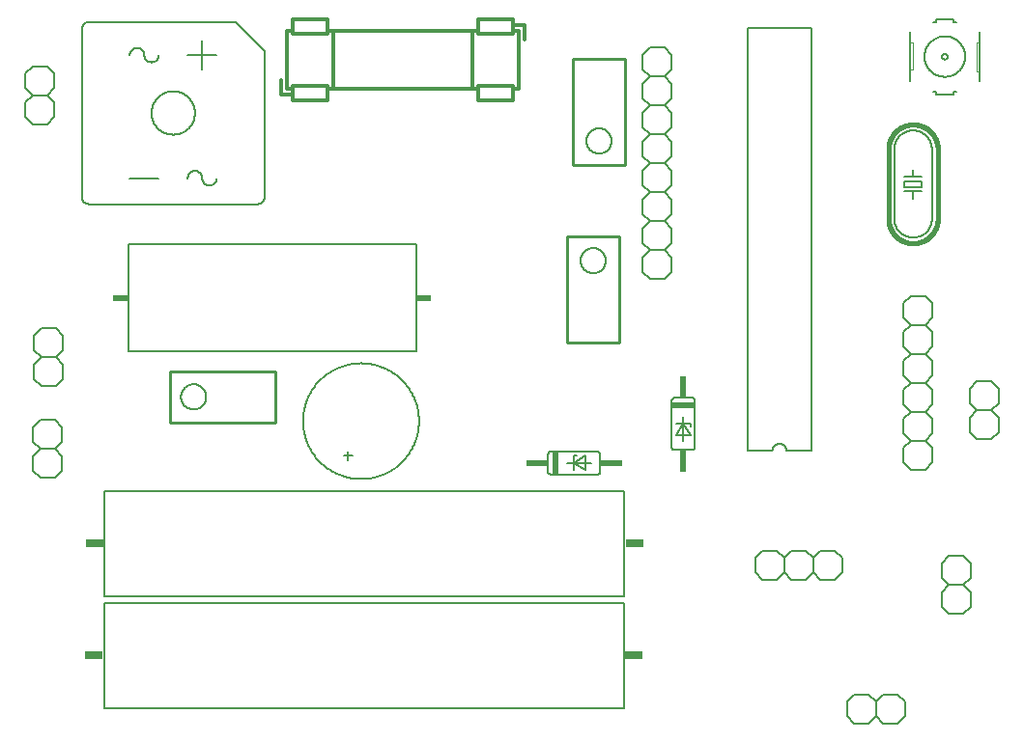
<source format=gto>
G75*
%MOIN*%
%OFA0B0*%
%FSLAX25Y25*%
%IPPOS*%
%LPD*%
%AMOC8*
5,1,8,0,0,1.08239X$1,22.5*
%
%ADD10C,0.00600*%
%ADD11R,0.02000X0.08000*%
%ADD12R,0.07500X0.02000*%
%ADD13C,0.01000*%
%ADD14R,0.05522X0.02400*%
%ADD15C,0.01200*%
%ADD16C,0.01600*%
%ADD17R,0.06358X0.03150*%
%ADD18C,0.00200*%
%ADD19R,0.08000X0.02000*%
%ADD20R,0.02000X0.07500*%
D10*
X0041693Y0022010D02*
X0041693Y0058427D01*
X0221063Y0058427D01*
X0221063Y0022010D01*
X0041693Y0022010D01*
X0041790Y0060657D02*
X0041790Y0097074D01*
X0221160Y0097074D01*
X0221160Y0060657D01*
X0041790Y0060657D01*
X0024620Y0101447D02*
X0019620Y0101447D01*
X0017120Y0103947D01*
X0017120Y0108947D01*
X0019620Y0111447D01*
X0017120Y0113947D01*
X0017120Y0118947D01*
X0019620Y0121447D01*
X0024620Y0121447D01*
X0027120Y0118947D01*
X0027120Y0113947D01*
X0024620Y0111447D01*
X0027120Y0108947D01*
X0027120Y0103947D01*
X0024620Y0101447D01*
X0024620Y0111447D02*
X0019620Y0111447D01*
X0019908Y0133177D02*
X0017408Y0135677D01*
X0017408Y0140677D01*
X0019908Y0143177D01*
X0017408Y0145677D01*
X0017408Y0150677D01*
X0019908Y0153177D01*
X0024908Y0153177D01*
X0027408Y0150677D01*
X0027408Y0145677D01*
X0024908Y0143177D01*
X0027408Y0140677D01*
X0027408Y0135677D01*
X0024908Y0133177D01*
X0019908Y0133177D01*
X0019908Y0143177D02*
X0024908Y0143177D01*
X0049940Y0145302D02*
X0049940Y0163708D01*
X0049940Y0182212D01*
X0149330Y0182212D01*
X0149330Y0163708D01*
X0149330Y0145302D01*
X0049940Y0145302D01*
X0068184Y0129548D02*
X0068186Y0129680D01*
X0068192Y0129811D01*
X0068202Y0129942D01*
X0068216Y0130073D01*
X0068234Y0130203D01*
X0068256Y0130333D01*
X0068281Y0130462D01*
X0068311Y0130590D01*
X0068345Y0130718D01*
X0068382Y0130844D01*
X0068423Y0130969D01*
X0068468Y0131092D01*
X0068517Y0131215D01*
X0068570Y0131335D01*
X0068626Y0131454D01*
X0068685Y0131572D01*
X0068748Y0131687D01*
X0068815Y0131800D01*
X0068885Y0131912D01*
X0068959Y0132021D01*
X0069035Y0132128D01*
X0069115Y0132232D01*
X0069198Y0132334D01*
X0069284Y0132434D01*
X0069373Y0132531D01*
X0069465Y0132625D01*
X0069560Y0132716D01*
X0069658Y0132805D01*
X0069758Y0132890D01*
X0069860Y0132972D01*
X0069966Y0133051D01*
X0070073Y0133127D01*
X0070183Y0133200D01*
X0070295Y0133269D01*
X0070409Y0133335D01*
X0070525Y0133397D01*
X0070642Y0133456D01*
X0070762Y0133511D01*
X0070883Y0133562D01*
X0071005Y0133610D01*
X0071129Y0133654D01*
X0071255Y0133695D01*
X0071381Y0133731D01*
X0071509Y0133764D01*
X0071637Y0133792D01*
X0071766Y0133817D01*
X0071896Y0133838D01*
X0072027Y0133855D01*
X0072158Y0133868D01*
X0072289Y0133877D01*
X0072420Y0133882D01*
X0072552Y0133883D01*
X0072683Y0133880D01*
X0072815Y0133873D01*
X0072946Y0133862D01*
X0073077Y0133847D01*
X0073207Y0133828D01*
X0073336Y0133805D01*
X0073465Y0133778D01*
X0073593Y0133748D01*
X0073720Y0133713D01*
X0073846Y0133675D01*
X0073971Y0133633D01*
X0074094Y0133587D01*
X0074216Y0133537D01*
X0074336Y0133484D01*
X0074455Y0133427D01*
X0074572Y0133366D01*
X0074686Y0133302D01*
X0074799Y0133235D01*
X0074910Y0133164D01*
X0075019Y0133090D01*
X0075125Y0133012D01*
X0075229Y0132931D01*
X0075331Y0132848D01*
X0075429Y0132761D01*
X0075526Y0132671D01*
X0075619Y0132578D01*
X0075710Y0132483D01*
X0075797Y0132385D01*
X0075882Y0132284D01*
X0075963Y0132180D01*
X0076041Y0132075D01*
X0076117Y0131967D01*
X0076188Y0131856D01*
X0076257Y0131744D01*
X0076322Y0131629D01*
X0076383Y0131513D01*
X0076441Y0131395D01*
X0076495Y0131275D01*
X0076546Y0131154D01*
X0076593Y0131031D01*
X0076636Y0130906D01*
X0076675Y0130781D01*
X0076711Y0130654D01*
X0076742Y0130526D01*
X0076770Y0130398D01*
X0076794Y0130268D01*
X0076814Y0130138D01*
X0076830Y0130008D01*
X0076842Y0129877D01*
X0076850Y0129745D01*
X0076854Y0129614D01*
X0076854Y0129482D01*
X0076850Y0129351D01*
X0076842Y0129219D01*
X0076830Y0129088D01*
X0076814Y0128958D01*
X0076794Y0128828D01*
X0076770Y0128698D01*
X0076742Y0128570D01*
X0076711Y0128442D01*
X0076675Y0128315D01*
X0076636Y0128190D01*
X0076593Y0128065D01*
X0076546Y0127942D01*
X0076495Y0127821D01*
X0076441Y0127701D01*
X0076383Y0127583D01*
X0076322Y0127467D01*
X0076257Y0127352D01*
X0076188Y0127240D01*
X0076117Y0127129D01*
X0076041Y0127021D01*
X0075963Y0126916D01*
X0075882Y0126812D01*
X0075797Y0126711D01*
X0075710Y0126613D01*
X0075619Y0126518D01*
X0075526Y0126425D01*
X0075429Y0126335D01*
X0075331Y0126248D01*
X0075229Y0126165D01*
X0075125Y0126084D01*
X0075019Y0126006D01*
X0074910Y0125932D01*
X0074799Y0125861D01*
X0074687Y0125794D01*
X0074572Y0125730D01*
X0074455Y0125669D01*
X0074336Y0125612D01*
X0074216Y0125559D01*
X0074094Y0125509D01*
X0073971Y0125463D01*
X0073846Y0125421D01*
X0073720Y0125383D01*
X0073593Y0125348D01*
X0073465Y0125318D01*
X0073336Y0125291D01*
X0073207Y0125268D01*
X0073077Y0125249D01*
X0072946Y0125234D01*
X0072815Y0125223D01*
X0072683Y0125216D01*
X0072552Y0125213D01*
X0072420Y0125214D01*
X0072289Y0125219D01*
X0072158Y0125228D01*
X0072027Y0125241D01*
X0071896Y0125258D01*
X0071766Y0125279D01*
X0071637Y0125304D01*
X0071509Y0125332D01*
X0071381Y0125365D01*
X0071255Y0125401D01*
X0071129Y0125442D01*
X0071005Y0125486D01*
X0070883Y0125534D01*
X0070762Y0125585D01*
X0070642Y0125640D01*
X0070525Y0125699D01*
X0070409Y0125761D01*
X0070295Y0125827D01*
X0070183Y0125896D01*
X0070073Y0125969D01*
X0069966Y0126045D01*
X0069860Y0126124D01*
X0069758Y0126206D01*
X0069658Y0126291D01*
X0069560Y0126380D01*
X0069465Y0126471D01*
X0069373Y0126565D01*
X0069284Y0126662D01*
X0069198Y0126762D01*
X0069115Y0126864D01*
X0069035Y0126968D01*
X0068959Y0127075D01*
X0068885Y0127184D01*
X0068815Y0127296D01*
X0068748Y0127409D01*
X0068685Y0127524D01*
X0068626Y0127642D01*
X0068570Y0127761D01*
X0068517Y0127881D01*
X0068468Y0128004D01*
X0068423Y0128127D01*
X0068382Y0128252D01*
X0068345Y0128378D01*
X0068311Y0128506D01*
X0068281Y0128634D01*
X0068256Y0128763D01*
X0068234Y0128893D01*
X0068216Y0129023D01*
X0068202Y0129154D01*
X0068192Y0129285D01*
X0068186Y0129416D01*
X0068184Y0129548D01*
X0124303Y0109108D02*
X0127303Y0109108D01*
X0125803Y0107608D02*
X0125803Y0110608D01*
X0110303Y0121108D02*
X0110309Y0121599D01*
X0110327Y0122089D01*
X0110357Y0122579D01*
X0110399Y0123068D01*
X0110453Y0123556D01*
X0110519Y0124043D01*
X0110597Y0124527D01*
X0110687Y0125010D01*
X0110789Y0125490D01*
X0110902Y0125968D01*
X0111027Y0126442D01*
X0111164Y0126914D01*
X0111312Y0127382D01*
X0111472Y0127846D01*
X0111643Y0128306D01*
X0111825Y0128762D01*
X0112019Y0129213D01*
X0112223Y0129659D01*
X0112439Y0130100D01*
X0112665Y0130536D01*
X0112901Y0130966D01*
X0113148Y0131390D01*
X0113406Y0131808D01*
X0113674Y0132219D01*
X0113951Y0132624D01*
X0114239Y0133022D01*
X0114536Y0133413D01*
X0114843Y0133796D01*
X0115159Y0134171D01*
X0115484Y0134539D01*
X0115818Y0134899D01*
X0116161Y0135250D01*
X0116512Y0135593D01*
X0116872Y0135927D01*
X0117240Y0136252D01*
X0117615Y0136568D01*
X0117998Y0136875D01*
X0118389Y0137172D01*
X0118787Y0137460D01*
X0119192Y0137737D01*
X0119603Y0138005D01*
X0120021Y0138263D01*
X0120445Y0138510D01*
X0120875Y0138746D01*
X0121311Y0138972D01*
X0121752Y0139188D01*
X0122198Y0139392D01*
X0122649Y0139586D01*
X0123105Y0139768D01*
X0123565Y0139939D01*
X0124029Y0140099D01*
X0124497Y0140247D01*
X0124969Y0140384D01*
X0125443Y0140509D01*
X0125921Y0140622D01*
X0126401Y0140724D01*
X0126884Y0140814D01*
X0127368Y0140892D01*
X0127855Y0140958D01*
X0128343Y0141012D01*
X0128832Y0141054D01*
X0129322Y0141084D01*
X0129812Y0141102D01*
X0130303Y0141108D01*
X0130794Y0141102D01*
X0131284Y0141084D01*
X0131774Y0141054D01*
X0132263Y0141012D01*
X0132751Y0140958D01*
X0133238Y0140892D01*
X0133722Y0140814D01*
X0134205Y0140724D01*
X0134685Y0140622D01*
X0135163Y0140509D01*
X0135637Y0140384D01*
X0136109Y0140247D01*
X0136577Y0140099D01*
X0137041Y0139939D01*
X0137501Y0139768D01*
X0137957Y0139586D01*
X0138408Y0139392D01*
X0138854Y0139188D01*
X0139295Y0138972D01*
X0139731Y0138746D01*
X0140161Y0138510D01*
X0140585Y0138263D01*
X0141003Y0138005D01*
X0141414Y0137737D01*
X0141819Y0137460D01*
X0142217Y0137172D01*
X0142608Y0136875D01*
X0142991Y0136568D01*
X0143366Y0136252D01*
X0143734Y0135927D01*
X0144094Y0135593D01*
X0144445Y0135250D01*
X0144788Y0134899D01*
X0145122Y0134539D01*
X0145447Y0134171D01*
X0145763Y0133796D01*
X0146070Y0133413D01*
X0146367Y0133022D01*
X0146655Y0132624D01*
X0146932Y0132219D01*
X0147200Y0131808D01*
X0147458Y0131390D01*
X0147705Y0130966D01*
X0147941Y0130536D01*
X0148167Y0130100D01*
X0148383Y0129659D01*
X0148587Y0129213D01*
X0148781Y0128762D01*
X0148963Y0128306D01*
X0149134Y0127846D01*
X0149294Y0127382D01*
X0149442Y0126914D01*
X0149579Y0126442D01*
X0149704Y0125968D01*
X0149817Y0125490D01*
X0149919Y0125010D01*
X0150009Y0124527D01*
X0150087Y0124043D01*
X0150153Y0123556D01*
X0150207Y0123068D01*
X0150249Y0122579D01*
X0150279Y0122089D01*
X0150297Y0121599D01*
X0150303Y0121108D01*
X0150297Y0120617D01*
X0150279Y0120127D01*
X0150249Y0119637D01*
X0150207Y0119148D01*
X0150153Y0118660D01*
X0150087Y0118173D01*
X0150009Y0117689D01*
X0149919Y0117206D01*
X0149817Y0116726D01*
X0149704Y0116248D01*
X0149579Y0115774D01*
X0149442Y0115302D01*
X0149294Y0114834D01*
X0149134Y0114370D01*
X0148963Y0113910D01*
X0148781Y0113454D01*
X0148587Y0113003D01*
X0148383Y0112557D01*
X0148167Y0112116D01*
X0147941Y0111680D01*
X0147705Y0111250D01*
X0147458Y0110826D01*
X0147200Y0110408D01*
X0146932Y0109997D01*
X0146655Y0109592D01*
X0146367Y0109194D01*
X0146070Y0108803D01*
X0145763Y0108420D01*
X0145447Y0108045D01*
X0145122Y0107677D01*
X0144788Y0107317D01*
X0144445Y0106966D01*
X0144094Y0106623D01*
X0143734Y0106289D01*
X0143366Y0105964D01*
X0142991Y0105648D01*
X0142608Y0105341D01*
X0142217Y0105044D01*
X0141819Y0104756D01*
X0141414Y0104479D01*
X0141003Y0104211D01*
X0140585Y0103953D01*
X0140161Y0103706D01*
X0139731Y0103470D01*
X0139295Y0103244D01*
X0138854Y0103028D01*
X0138408Y0102824D01*
X0137957Y0102630D01*
X0137501Y0102448D01*
X0137041Y0102277D01*
X0136577Y0102117D01*
X0136109Y0101969D01*
X0135637Y0101832D01*
X0135163Y0101707D01*
X0134685Y0101594D01*
X0134205Y0101492D01*
X0133722Y0101402D01*
X0133238Y0101324D01*
X0132751Y0101258D01*
X0132263Y0101204D01*
X0131774Y0101162D01*
X0131284Y0101132D01*
X0130794Y0101114D01*
X0130303Y0101108D01*
X0129812Y0101114D01*
X0129322Y0101132D01*
X0128832Y0101162D01*
X0128343Y0101204D01*
X0127855Y0101258D01*
X0127368Y0101324D01*
X0126884Y0101402D01*
X0126401Y0101492D01*
X0125921Y0101594D01*
X0125443Y0101707D01*
X0124969Y0101832D01*
X0124497Y0101969D01*
X0124029Y0102117D01*
X0123565Y0102277D01*
X0123105Y0102448D01*
X0122649Y0102630D01*
X0122198Y0102824D01*
X0121752Y0103028D01*
X0121311Y0103244D01*
X0120875Y0103470D01*
X0120445Y0103706D01*
X0120021Y0103953D01*
X0119603Y0104211D01*
X0119192Y0104479D01*
X0118787Y0104756D01*
X0118389Y0105044D01*
X0117998Y0105341D01*
X0117615Y0105648D01*
X0117240Y0105964D01*
X0116872Y0106289D01*
X0116512Y0106623D01*
X0116161Y0106966D01*
X0115818Y0107317D01*
X0115484Y0107677D01*
X0115159Y0108045D01*
X0114843Y0108420D01*
X0114536Y0108803D01*
X0114239Y0109194D01*
X0113951Y0109592D01*
X0113674Y0109997D01*
X0113406Y0110408D01*
X0113148Y0110826D01*
X0112901Y0111250D01*
X0112665Y0111680D01*
X0112439Y0112116D01*
X0112223Y0112557D01*
X0112019Y0113003D01*
X0111825Y0113454D01*
X0111643Y0113910D01*
X0111472Y0114370D01*
X0111312Y0114834D01*
X0111164Y0115302D01*
X0111027Y0115774D01*
X0110902Y0116248D01*
X0110789Y0116726D01*
X0110687Y0117206D01*
X0110597Y0117689D01*
X0110519Y0118173D01*
X0110453Y0118660D01*
X0110399Y0119148D01*
X0110357Y0119637D01*
X0110327Y0120127D01*
X0110309Y0120617D01*
X0110303Y0121108D01*
X0194833Y0109727D02*
X0194833Y0103727D01*
X0194835Y0103667D01*
X0194840Y0103606D01*
X0194849Y0103547D01*
X0194862Y0103488D01*
X0194878Y0103429D01*
X0194898Y0103372D01*
X0194921Y0103317D01*
X0194948Y0103262D01*
X0194977Y0103210D01*
X0195010Y0103159D01*
X0195046Y0103110D01*
X0195084Y0103064D01*
X0195126Y0103020D01*
X0195170Y0102978D01*
X0195216Y0102940D01*
X0195265Y0102904D01*
X0195316Y0102871D01*
X0195368Y0102842D01*
X0195423Y0102815D01*
X0195478Y0102792D01*
X0195535Y0102772D01*
X0195594Y0102756D01*
X0195653Y0102743D01*
X0195712Y0102734D01*
X0195773Y0102729D01*
X0195833Y0102727D01*
X0211833Y0102727D01*
X0211893Y0102729D01*
X0211954Y0102734D01*
X0212013Y0102743D01*
X0212072Y0102756D01*
X0212131Y0102772D01*
X0212188Y0102792D01*
X0212243Y0102815D01*
X0212298Y0102842D01*
X0212350Y0102871D01*
X0212401Y0102904D01*
X0212450Y0102940D01*
X0212496Y0102978D01*
X0212540Y0103020D01*
X0212582Y0103064D01*
X0212620Y0103110D01*
X0212656Y0103159D01*
X0212689Y0103210D01*
X0212718Y0103262D01*
X0212745Y0103317D01*
X0212768Y0103372D01*
X0212788Y0103429D01*
X0212804Y0103488D01*
X0212817Y0103547D01*
X0212826Y0103606D01*
X0212831Y0103667D01*
X0212833Y0103727D01*
X0212833Y0109727D01*
X0212831Y0109787D01*
X0212826Y0109848D01*
X0212817Y0109907D01*
X0212804Y0109966D01*
X0212788Y0110025D01*
X0212768Y0110082D01*
X0212745Y0110137D01*
X0212718Y0110192D01*
X0212689Y0110244D01*
X0212656Y0110295D01*
X0212620Y0110344D01*
X0212582Y0110390D01*
X0212540Y0110434D01*
X0212496Y0110476D01*
X0212450Y0110514D01*
X0212401Y0110550D01*
X0212350Y0110583D01*
X0212298Y0110612D01*
X0212243Y0110639D01*
X0212188Y0110662D01*
X0212131Y0110682D01*
X0212072Y0110698D01*
X0212013Y0110711D01*
X0211954Y0110720D01*
X0211893Y0110725D01*
X0211833Y0110727D01*
X0195833Y0110727D01*
X0195773Y0110725D01*
X0195712Y0110720D01*
X0195653Y0110711D01*
X0195594Y0110698D01*
X0195535Y0110682D01*
X0195478Y0110662D01*
X0195423Y0110639D01*
X0195368Y0110612D01*
X0195316Y0110583D01*
X0195265Y0110550D01*
X0195216Y0110514D01*
X0195170Y0110476D01*
X0195126Y0110434D01*
X0195084Y0110390D01*
X0195046Y0110344D01*
X0195010Y0110295D01*
X0194977Y0110244D01*
X0194948Y0110192D01*
X0194921Y0110137D01*
X0194898Y0110082D01*
X0194878Y0110025D01*
X0194862Y0109966D01*
X0194849Y0109907D01*
X0194840Y0109848D01*
X0194835Y0109787D01*
X0194833Y0109727D01*
X0201333Y0106727D02*
X0203833Y0106727D01*
X0203833Y0109227D01*
X0204833Y0109227D01*
X0203833Y0106727D02*
X0203833Y0104227D01*
X0203833Y0106727D02*
X0207833Y0109227D01*
X0207833Y0104227D01*
X0203833Y0106727D01*
X0209833Y0106727D01*
X0237514Y0112175D02*
X0237514Y0128175D01*
X0237516Y0128235D01*
X0237521Y0128296D01*
X0237530Y0128355D01*
X0237543Y0128414D01*
X0237559Y0128473D01*
X0237579Y0128530D01*
X0237602Y0128585D01*
X0237629Y0128640D01*
X0237658Y0128692D01*
X0237691Y0128743D01*
X0237727Y0128792D01*
X0237765Y0128838D01*
X0237807Y0128882D01*
X0237851Y0128924D01*
X0237897Y0128962D01*
X0237946Y0128998D01*
X0237997Y0129031D01*
X0238049Y0129060D01*
X0238104Y0129087D01*
X0238159Y0129110D01*
X0238216Y0129130D01*
X0238275Y0129146D01*
X0238334Y0129159D01*
X0238393Y0129168D01*
X0238454Y0129173D01*
X0238514Y0129175D01*
X0244514Y0129175D01*
X0244574Y0129173D01*
X0244635Y0129168D01*
X0244694Y0129159D01*
X0244753Y0129146D01*
X0244812Y0129130D01*
X0244869Y0129110D01*
X0244924Y0129087D01*
X0244979Y0129060D01*
X0245031Y0129031D01*
X0245082Y0128998D01*
X0245131Y0128962D01*
X0245177Y0128924D01*
X0245221Y0128882D01*
X0245263Y0128838D01*
X0245301Y0128792D01*
X0245337Y0128743D01*
X0245370Y0128692D01*
X0245399Y0128640D01*
X0245426Y0128585D01*
X0245449Y0128530D01*
X0245469Y0128473D01*
X0245485Y0128414D01*
X0245498Y0128355D01*
X0245507Y0128296D01*
X0245512Y0128235D01*
X0245514Y0128175D01*
X0245514Y0112175D01*
X0245512Y0112115D01*
X0245507Y0112054D01*
X0245498Y0111995D01*
X0245485Y0111936D01*
X0245469Y0111877D01*
X0245449Y0111820D01*
X0245426Y0111765D01*
X0245399Y0111710D01*
X0245370Y0111658D01*
X0245337Y0111607D01*
X0245301Y0111558D01*
X0245263Y0111512D01*
X0245221Y0111468D01*
X0245177Y0111426D01*
X0245131Y0111388D01*
X0245082Y0111352D01*
X0245031Y0111319D01*
X0244979Y0111290D01*
X0244924Y0111263D01*
X0244869Y0111240D01*
X0244812Y0111220D01*
X0244753Y0111204D01*
X0244694Y0111191D01*
X0244635Y0111182D01*
X0244574Y0111177D01*
X0244514Y0111175D01*
X0238514Y0111175D01*
X0238454Y0111177D01*
X0238393Y0111182D01*
X0238334Y0111191D01*
X0238275Y0111204D01*
X0238216Y0111220D01*
X0238159Y0111240D01*
X0238104Y0111263D01*
X0238049Y0111290D01*
X0237997Y0111319D01*
X0237946Y0111352D01*
X0237897Y0111388D01*
X0237851Y0111426D01*
X0237807Y0111468D01*
X0237765Y0111512D01*
X0237727Y0111558D01*
X0237691Y0111607D01*
X0237658Y0111658D01*
X0237629Y0111710D01*
X0237602Y0111765D01*
X0237579Y0111820D01*
X0237559Y0111877D01*
X0237543Y0111936D01*
X0237530Y0111995D01*
X0237521Y0112054D01*
X0237516Y0112115D01*
X0237514Y0112175D01*
X0241514Y0114175D02*
X0241514Y0120175D01*
X0244014Y0120175D01*
X0244014Y0119175D01*
X0241514Y0120175D02*
X0239014Y0116175D01*
X0244014Y0116175D01*
X0241514Y0120175D01*
X0239014Y0120175D01*
X0241514Y0120175D02*
X0241514Y0122675D01*
X0263673Y0110831D02*
X0263673Y0256831D01*
X0285673Y0256831D01*
X0285673Y0110831D01*
X0277173Y0110831D01*
X0277171Y0110929D01*
X0277165Y0111027D01*
X0277156Y0111125D01*
X0277142Y0111222D01*
X0277125Y0111319D01*
X0277104Y0111415D01*
X0277079Y0111510D01*
X0277051Y0111604D01*
X0277018Y0111696D01*
X0276983Y0111788D01*
X0276943Y0111878D01*
X0276901Y0111966D01*
X0276854Y0112053D01*
X0276805Y0112137D01*
X0276752Y0112220D01*
X0276696Y0112300D01*
X0276636Y0112379D01*
X0276574Y0112455D01*
X0276509Y0112528D01*
X0276441Y0112599D01*
X0276370Y0112667D01*
X0276297Y0112732D01*
X0276221Y0112794D01*
X0276142Y0112854D01*
X0276062Y0112910D01*
X0275979Y0112963D01*
X0275895Y0113012D01*
X0275808Y0113059D01*
X0275720Y0113101D01*
X0275630Y0113141D01*
X0275538Y0113176D01*
X0275446Y0113209D01*
X0275352Y0113237D01*
X0275257Y0113262D01*
X0275161Y0113283D01*
X0275064Y0113300D01*
X0274967Y0113314D01*
X0274869Y0113323D01*
X0274771Y0113329D01*
X0274673Y0113331D01*
X0274575Y0113329D01*
X0274477Y0113323D01*
X0274379Y0113314D01*
X0274282Y0113300D01*
X0274185Y0113283D01*
X0274089Y0113262D01*
X0273994Y0113237D01*
X0273900Y0113209D01*
X0273808Y0113176D01*
X0273716Y0113141D01*
X0273626Y0113101D01*
X0273538Y0113059D01*
X0273451Y0113012D01*
X0273367Y0112963D01*
X0273284Y0112910D01*
X0273204Y0112854D01*
X0273125Y0112794D01*
X0273049Y0112732D01*
X0272976Y0112667D01*
X0272905Y0112599D01*
X0272837Y0112528D01*
X0272772Y0112455D01*
X0272710Y0112379D01*
X0272650Y0112300D01*
X0272594Y0112220D01*
X0272541Y0112137D01*
X0272492Y0112053D01*
X0272445Y0111966D01*
X0272403Y0111878D01*
X0272363Y0111788D01*
X0272328Y0111696D01*
X0272295Y0111604D01*
X0272267Y0111510D01*
X0272242Y0111415D01*
X0272221Y0111319D01*
X0272204Y0111222D01*
X0272190Y0111125D01*
X0272181Y0111027D01*
X0272175Y0110929D01*
X0272173Y0110831D01*
X0263673Y0110831D01*
X0268812Y0076394D02*
X0266312Y0073894D01*
X0266312Y0068894D01*
X0268812Y0066394D01*
X0273812Y0066394D01*
X0276312Y0068894D01*
X0276312Y0073894D01*
X0273812Y0076394D01*
X0268812Y0076394D01*
X0276312Y0073894D02*
X0278812Y0076394D01*
X0283812Y0076394D01*
X0286312Y0073894D01*
X0288812Y0076394D01*
X0293812Y0076394D01*
X0296312Y0073894D01*
X0296312Y0068894D01*
X0293812Y0066394D01*
X0288812Y0066394D01*
X0286312Y0068894D01*
X0283812Y0066394D01*
X0278812Y0066394D01*
X0276312Y0068894D01*
X0286312Y0068894D02*
X0286312Y0073894D01*
X0317492Y0106905D02*
X0319992Y0104405D01*
X0324992Y0104405D01*
X0327492Y0106905D01*
X0327492Y0111905D01*
X0324992Y0114405D01*
X0319992Y0114405D01*
X0317492Y0111905D01*
X0317492Y0106905D01*
X0319992Y0114405D02*
X0317492Y0116905D01*
X0317492Y0121905D01*
X0319992Y0124405D01*
X0317492Y0126905D01*
X0317492Y0131905D01*
X0319992Y0134405D01*
X0317492Y0136905D01*
X0317492Y0141905D01*
X0319992Y0144405D01*
X0317492Y0146905D01*
X0317492Y0151905D01*
X0319992Y0154405D01*
X0317492Y0156905D01*
X0317492Y0161905D01*
X0319992Y0164405D01*
X0324992Y0164405D01*
X0327492Y0161905D01*
X0327492Y0156905D01*
X0324992Y0154405D01*
X0327492Y0151905D01*
X0327492Y0146905D01*
X0324992Y0144405D01*
X0319992Y0144405D01*
X0324992Y0144405D02*
X0327492Y0141905D01*
X0327492Y0136905D01*
X0324992Y0134405D01*
X0327492Y0131905D01*
X0327492Y0126905D01*
X0324992Y0124405D01*
X0327492Y0121905D01*
X0327492Y0116905D01*
X0324992Y0114405D01*
X0324992Y0124405D02*
X0319992Y0124405D01*
X0319992Y0134405D02*
X0324992Y0134405D01*
X0340258Y0132359D02*
X0340258Y0127359D01*
X0342758Y0124859D01*
X0347758Y0124859D01*
X0350258Y0127359D01*
X0350258Y0132359D01*
X0347758Y0134859D01*
X0342758Y0134859D01*
X0340258Y0132359D01*
X0342758Y0124859D02*
X0340258Y0122359D01*
X0340258Y0117359D01*
X0342758Y0114859D01*
X0347758Y0114859D01*
X0350258Y0117359D01*
X0350258Y0122359D01*
X0347758Y0124859D01*
X0324992Y0154405D02*
X0319992Y0154405D01*
X0314297Y0191081D02*
X0314299Y0190921D01*
X0314305Y0190762D01*
X0314315Y0190603D01*
X0314328Y0190444D01*
X0314346Y0190285D01*
X0314367Y0190127D01*
X0314393Y0189970D01*
X0314422Y0189813D01*
X0314455Y0189657D01*
X0314492Y0189502D01*
X0314532Y0189347D01*
X0314577Y0189194D01*
X0314625Y0189042D01*
X0314677Y0188891D01*
X0314733Y0188742D01*
X0314792Y0188594D01*
X0314855Y0188447D01*
X0314921Y0188302D01*
X0314991Y0188159D01*
X0315065Y0188017D01*
X0315141Y0187877D01*
X0315222Y0187739D01*
X0315305Y0187604D01*
X0315392Y0187470D01*
X0315483Y0187338D01*
X0315576Y0187209D01*
X0315673Y0187082D01*
X0315772Y0186957D01*
X0315875Y0186835D01*
X0315981Y0186716D01*
X0316089Y0186599D01*
X0316201Y0186485D01*
X0316315Y0186373D01*
X0316432Y0186265D01*
X0316551Y0186159D01*
X0316673Y0186056D01*
X0316798Y0185957D01*
X0316925Y0185860D01*
X0317054Y0185767D01*
X0317186Y0185676D01*
X0317320Y0185589D01*
X0317455Y0185506D01*
X0317593Y0185425D01*
X0317733Y0185349D01*
X0317875Y0185275D01*
X0318018Y0185205D01*
X0318163Y0185139D01*
X0318310Y0185076D01*
X0318458Y0185017D01*
X0318607Y0184961D01*
X0318758Y0184909D01*
X0318910Y0184861D01*
X0319063Y0184816D01*
X0319218Y0184776D01*
X0319373Y0184739D01*
X0319529Y0184706D01*
X0319686Y0184677D01*
X0319843Y0184651D01*
X0320001Y0184630D01*
X0320160Y0184612D01*
X0320319Y0184599D01*
X0320478Y0184589D01*
X0320637Y0184583D01*
X0320797Y0184581D01*
X0320957Y0184583D01*
X0321116Y0184589D01*
X0321275Y0184599D01*
X0321434Y0184612D01*
X0321593Y0184630D01*
X0321751Y0184651D01*
X0321908Y0184677D01*
X0322065Y0184706D01*
X0322221Y0184739D01*
X0322376Y0184776D01*
X0322531Y0184816D01*
X0322684Y0184861D01*
X0322836Y0184909D01*
X0322987Y0184961D01*
X0323136Y0185017D01*
X0323284Y0185076D01*
X0323431Y0185139D01*
X0323576Y0185205D01*
X0323719Y0185275D01*
X0323861Y0185349D01*
X0324001Y0185425D01*
X0324139Y0185506D01*
X0324274Y0185589D01*
X0324408Y0185676D01*
X0324540Y0185767D01*
X0324669Y0185860D01*
X0324796Y0185957D01*
X0324921Y0186056D01*
X0325043Y0186159D01*
X0325162Y0186265D01*
X0325279Y0186373D01*
X0325393Y0186485D01*
X0325505Y0186599D01*
X0325613Y0186716D01*
X0325719Y0186835D01*
X0325822Y0186957D01*
X0325921Y0187082D01*
X0326018Y0187209D01*
X0326111Y0187338D01*
X0326202Y0187470D01*
X0326289Y0187604D01*
X0326372Y0187739D01*
X0326453Y0187877D01*
X0326529Y0188017D01*
X0326603Y0188159D01*
X0326673Y0188302D01*
X0326739Y0188447D01*
X0326802Y0188594D01*
X0326861Y0188742D01*
X0326917Y0188891D01*
X0326969Y0189042D01*
X0327017Y0189194D01*
X0327062Y0189347D01*
X0327102Y0189502D01*
X0327139Y0189657D01*
X0327172Y0189813D01*
X0327201Y0189970D01*
X0327227Y0190127D01*
X0327248Y0190285D01*
X0327266Y0190444D01*
X0327279Y0190603D01*
X0327289Y0190762D01*
X0327295Y0190921D01*
X0327297Y0191081D01*
X0327297Y0215081D01*
X0327295Y0215241D01*
X0327289Y0215400D01*
X0327279Y0215559D01*
X0327266Y0215718D01*
X0327248Y0215877D01*
X0327227Y0216035D01*
X0327201Y0216192D01*
X0327172Y0216349D01*
X0327139Y0216505D01*
X0327102Y0216660D01*
X0327062Y0216815D01*
X0327017Y0216968D01*
X0326969Y0217120D01*
X0326917Y0217271D01*
X0326861Y0217420D01*
X0326802Y0217568D01*
X0326739Y0217715D01*
X0326673Y0217860D01*
X0326603Y0218003D01*
X0326529Y0218145D01*
X0326453Y0218285D01*
X0326372Y0218423D01*
X0326289Y0218558D01*
X0326202Y0218692D01*
X0326111Y0218824D01*
X0326018Y0218953D01*
X0325921Y0219080D01*
X0325822Y0219205D01*
X0325719Y0219327D01*
X0325613Y0219446D01*
X0325505Y0219563D01*
X0325393Y0219677D01*
X0325279Y0219789D01*
X0325162Y0219897D01*
X0325043Y0220003D01*
X0324921Y0220106D01*
X0324796Y0220205D01*
X0324669Y0220302D01*
X0324540Y0220395D01*
X0324408Y0220486D01*
X0324274Y0220573D01*
X0324139Y0220656D01*
X0324001Y0220737D01*
X0323861Y0220813D01*
X0323719Y0220887D01*
X0323576Y0220957D01*
X0323431Y0221023D01*
X0323284Y0221086D01*
X0323136Y0221145D01*
X0322987Y0221201D01*
X0322836Y0221253D01*
X0322684Y0221301D01*
X0322531Y0221346D01*
X0322376Y0221386D01*
X0322221Y0221423D01*
X0322065Y0221456D01*
X0321908Y0221485D01*
X0321751Y0221511D01*
X0321593Y0221532D01*
X0321434Y0221550D01*
X0321275Y0221563D01*
X0321116Y0221573D01*
X0320957Y0221579D01*
X0320797Y0221581D01*
X0320637Y0221579D01*
X0320478Y0221573D01*
X0320319Y0221563D01*
X0320160Y0221550D01*
X0320001Y0221532D01*
X0319843Y0221511D01*
X0319686Y0221485D01*
X0319529Y0221456D01*
X0319373Y0221423D01*
X0319218Y0221386D01*
X0319063Y0221346D01*
X0318910Y0221301D01*
X0318758Y0221253D01*
X0318607Y0221201D01*
X0318458Y0221145D01*
X0318310Y0221086D01*
X0318163Y0221023D01*
X0318018Y0220957D01*
X0317875Y0220887D01*
X0317733Y0220813D01*
X0317593Y0220737D01*
X0317455Y0220656D01*
X0317320Y0220573D01*
X0317186Y0220486D01*
X0317054Y0220395D01*
X0316925Y0220302D01*
X0316798Y0220205D01*
X0316673Y0220106D01*
X0316551Y0220003D01*
X0316432Y0219897D01*
X0316315Y0219789D01*
X0316201Y0219677D01*
X0316089Y0219563D01*
X0315981Y0219446D01*
X0315875Y0219327D01*
X0315772Y0219205D01*
X0315673Y0219080D01*
X0315576Y0218953D01*
X0315483Y0218824D01*
X0315392Y0218692D01*
X0315305Y0218558D01*
X0315222Y0218423D01*
X0315141Y0218285D01*
X0315065Y0218145D01*
X0314991Y0218003D01*
X0314921Y0217860D01*
X0314855Y0217715D01*
X0314792Y0217568D01*
X0314733Y0217420D01*
X0314677Y0217271D01*
X0314625Y0217120D01*
X0314577Y0216968D01*
X0314532Y0216815D01*
X0314492Y0216660D01*
X0314455Y0216505D01*
X0314422Y0216349D01*
X0314393Y0216192D01*
X0314367Y0216035D01*
X0314346Y0215877D01*
X0314328Y0215718D01*
X0314315Y0215559D01*
X0314305Y0215400D01*
X0314299Y0215241D01*
X0314297Y0215081D01*
X0314297Y0191081D01*
X0320797Y0198081D02*
X0320797Y0200581D01*
X0317797Y0200581D01*
X0317797Y0202081D02*
X0317797Y0204081D01*
X0323797Y0204081D01*
X0323797Y0202081D01*
X0317797Y0202081D01*
X0320797Y0200581D02*
X0323797Y0200581D01*
X0323797Y0205581D02*
X0320797Y0205581D01*
X0320797Y0208081D01*
X0320797Y0205581D02*
X0317797Y0205581D01*
X0328735Y0234094D02*
X0334735Y0234094D01*
X0334735Y0235094D01*
X0335735Y0235094D01*
X0328735Y0235094D02*
X0328735Y0234094D01*
X0328735Y0235094D02*
X0327735Y0235094D01*
X0319735Y0238594D02*
X0319735Y0242594D01*
X0319735Y0252094D01*
X0319735Y0255594D01*
X0327735Y0259094D02*
X0328735Y0259094D01*
X0328735Y0260094D01*
X0334735Y0260094D01*
X0334735Y0259094D01*
X0335735Y0259094D01*
X0343735Y0255594D02*
X0343735Y0252094D01*
X0343735Y0242094D01*
X0343735Y0238594D01*
X0330735Y0247094D02*
X0330737Y0247157D01*
X0330743Y0247219D01*
X0330753Y0247281D01*
X0330766Y0247343D01*
X0330784Y0247403D01*
X0330805Y0247462D01*
X0330830Y0247520D01*
X0330859Y0247576D01*
X0330891Y0247630D01*
X0330926Y0247682D01*
X0330964Y0247731D01*
X0331006Y0247779D01*
X0331050Y0247823D01*
X0331098Y0247865D01*
X0331147Y0247903D01*
X0331199Y0247938D01*
X0331253Y0247970D01*
X0331309Y0247999D01*
X0331367Y0248024D01*
X0331426Y0248045D01*
X0331486Y0248063D01*
X0331548Y0248076D01*
X0331610Y0248086D01*
X0331672Y0248092D01*
X0331735Y0248094D01*
X0331798Y0248092D01*
X0331860Y0248086D01*
X0331922Y0248076D01*
X0331984Y0248063D01*
X0332044Y0248045D01*
X0332103Y0248024D01*
X0332161Y0247999D01*
X0332217Y0247970D01*
X0332271Y0247938D01*
X0332323Y0247903D01*
X0332372Y0247865D01*
X0332420Y0247823D01*
X0332464Y0247779D01*
X0332506Y0247731D01*
X0332544Y0247682D01*
X0332579Y0247630D01*
X0332611Y0247576D01*
X0332640Y0247520D01*
X0332665Y0247462D01*
X0332686Y0247403D01*
X0332704Y0247343D01*
X0332717Y0247281D01*
X0332727Y0247219D01*
X0332733Y0247157D01*
X0332735Y0247094D01*
X0332733Y0247031D01*
X0332727Y0246969D01*
X0332717Y0246907D01*
X0332704Y0246845D01*
X0332686Y0246785D01*
X0332665Y0246726D01*
X0332640Y0246668D01*
X0332611Y0246612D01*
X0332579Y0246558D01*
X0332544Y0246506D01*
X0332506Y0246457D01*
X0332464Y0246409D01*
X0332420Y0246365D01*
X0332372Y0246323D01*
X0332323Y0246285D01*
X0332271Y0246250D01*
X0332217Y0246218D01*
X0332161Y0246189D01*
X0332103Y0246164D01*
X0332044Y0246143D01*
X0331984Y0246125D01*
X0331922Y0246112D01*
X0331860Y0246102D01*
X0331798Y0246096D01*
X0331735Y0246094D01*
X0331672Y0246096D01*
X0331610Y0246102D01*
X0331548Y0246112D01*
X0331486Y0246125D01*
X0331426Y0246143D01*
X0331367Y0246164D01*
X0331309Y0246189D01*
X0331253Y0246218D01*
X0331199Y0246250D01*
X0331147Y0246285D01*
X0331098Y0246323D01*
X0331050Y0246365D01*
X0331006Y0246409D01*
X0330964Y0246457D01*
X0330926Y0246506D01*
X0330891Y0246558D01*
X0330859Y0246612D01*
X0330830Y0246668D01*
X0330805Y0246726D01*
X0330784Y0246785D01*
X0330766Y0246845D01*
X0330753Y0246907D01*
X0330743Y0246969D01*
X0330737Y0247031D01*
X0330735Y0247094D01*
X0324735Y0247094D02*
X0324737Y0247266D01*
X0324743Y0247437D01*
X0324754Y0247609D01*
X0324769Y0247780D01*
X0324788Y0247951D01*
X0324811Y0248121D01*
X0324838Y0248291D01*
X0324870Y0248460D01*
X0324905Y0248628D01*
X0324945Y0248795D01*
X0324989Y0248961D01*
X0325036Y0249126D01*
X0325088Y0249290D01*
X0325144Y0249452D01*
X0325204Y0249613D01*
X0325268Y0249773D01*
X0325336Y0249931D01*
X0325407Y0250087D01*
X0325482Y0250241D01*
X0325562Y0250394D01*
X0325644Y0250544D01*
X0325731Y0250693D01*
X0325821Y0250839D01*
X0325915Y0250983D01*
X0326012Y0251125D01*
X0326113Y0251264D01*
X0326217Y0251401D01*
X0326324Y0251535D01*
X0326435Y0251666D01*
X0326548Y0251795D01*
X0326665Y0251921D01*
X0326785Y0252044D01*
X0326908Y0252164D01*
X0327034Y0252281D01*
X0327163Y0252394D01*
X0327294Y0252505D01*
X0327428Y0252612D01*
X0327565Y0252716D01*
X0327704Y0252817D01*
X0327846Y0252914D01*
X0327990Y0253008D01*
X0328136Y0253098D01*
X0328285Y0253185D01*
X0328435Y0253267D01*
X0328588Y0253347D01*
X0328742Y0253422D01*
X0328898Y0253493D01*
X0329056Y0253561D01*
X0329216Y0253625D01*
X0329377Y0253685D01*
X0329539Y0253741D01*
X0329703Y0253793D01*
X0329868Y0253840D01*
X0330034Y0253884D01*
X0330201Y0253924D01*
X0330369Y0253959D01*
X0330538Y0253991D01*
X0330708Y0254018D01*
X0330878Y0254041D01*
X0331049Y0254060D01*
X0331220Y0254075D01*
X0331392Y0254086D01*
X0331563Y0254092D01*
X0331735Y0254094D01*
X0331907Y0254092D01*
X0332078Y0254086D01*
X0332250Y0254075D01*
X0332421Y0254060D01*
X0332592Y0254041D01*
X0332762Y0254018D01*
X0332932Y0253991D01*
X0333101Y0253959D01*
X0333269Y0253924D01*
X0333436Y0253884D01*
X0333602Y0253840D01*
X0333767Y0253793D01*
X0333931Y0253741D01*
X0334093Y0253685D01*
X0334254Y0253625D01*
X0334414Y0253561D01*
X0334572Y0253493D01*
X0334728Y0253422D01*
X0334882Y0253347D01*
X0335035Y0253267D01*
X0335185Y0253185D01*
X0335334Y0253098D01*
X0335480Y0253008D01*
X0335624Y0252914D01*
X0335766Y0252817D01*
X0335905Y0252716D01*
X0336042Y0252612D01*
X0336176Y0252505D01*
X0336307Y0252394D01*
X0336436Y0252281D01*
X0336562Y0252164D01*
X0336685Y0252044D01*
X0336805Y0251921D01*
X0336922Y0251795D01*
X0337035Y0251666D01*
X0337146Y0251535D01*
X0337253Y0251401D01*
X0337357Y0251264D01*
X0337458Y0251125D01*
X0337555Y0250983D01*
X0337649Y0250839D01*
X0337739Y0250693D01*
X0337826Y0250544D01*
X0337908Y0250394D01*
X0337988Y0250241D01*
X0338063Y0250087D01*
X0338134Y0249931D01*
X0338202Y0249773D01*
X0338266Y0249613D01*
X0338326Y0249452D01*
X0338382Y0249290D01*
X0338434Y0249126D01*
X0338481Y0248961D01*
X0338525Y0248795D01*
X0338565Y0248628D01*
X0338600Y0248460D01*
X0338632Y0248291D01*
X0338659Y0248121D01*
X0338682Y0247951D01*
X0338701Y0247780D01*
X0338716Y0247609D01*
X0338727Y0247437D01*
X0338733Y0247266D01*
X0338735Y0247094D01*
X0338733Y0246922D01*
X0338727Y0246751D01*
X0338716Y0246579D01*
X0338701Y0246408D01*
X0338682Y0246237D01*
X0338659Y0246067D01*
X0338632Y0245897D01*
X0338600Y0245728D01*
X0338565Y0245560D01*
X0338525Y0245393D01*
X0338481Y0245227D01*
X0338434Y0245062D01*
X0338382Y0244898D01*
X0338326Y0244736D01*
X0338266Y0244575D01*
X0338202Y0244415D01*
X0338134Y0244257D01*
X0338063Y0244101D01*
X0337988Y0243947D01*
X0337908Y0243794D01*
X0337826Y0243644D01*
X0337739Y0243495D01*
X0337649Y0243349D01*
X0337555Y0243205D01*
X0337458Y0243063D01*
X0337357Y0242924D01*
X0337253Y0242787D01*
X0337146Y0242653D01*
X0337035Y0242522D01*
X0336922Y0242393D01*
X0336805Y0242267D01*
X0336685Y0242144D01*
X0336562Y0242024D01*
X0336436Y0241907D01*
X0336307Y0241794D01*
X0336176Y0241683D01*
X0336042Y0241576D01*
X0335905Y0241472D01*
X0335766Y0241371D01*
X0335624Y0241274D01*
X0335480Y0241180D01*
X0335334Y0241090D01*
X0335185Y0241003D01*
X0335035Y0240921D01*
X0334882Y0240841D01*
X0334728Y0240766D01*
X0334572Y0240695D01*
X0334414Y0240627D01*
X0334254Y0240563D01*
X0334093Y0240503D01*
X0333931Y0240447D01*
X0333767Y0240395D01*
X0333602Y0240348D01*
X0333436Y0240304D01*
X0333269Y0240264D01*
X0333101Y0240229D01*
X0332932Y0240197D01*
X0332762Y0240170D01*
X0332592Y0240147D01*
X0332421Y0240128D01*
X0332250Y0240113D01*
X0332078Y0240102D01*
X0331907Y0240096D01*
X0331735Y0240094D01*
X0331563Y0240096D01*
X0331392Y0240102D01*
X0331220Y0240113D01*
X0331049Y0240128D01*
X0330878Y0240147D01*
X0330708Y0240170D01*
X0330538Y0240197D01*
X0330369Y0240229D01*
X0330201Y0240264D01*
X0330034Y0240304D01*
X0329868Y0240348D01*
X0329703Y0240395D01*
X0329539Y0240447D01*
X0329377Y0240503D01*
X0329216Y0240563D01*
X0329056Y0240627D01*
X0328898Y0240695D01*
X0328742Y0240766D01*
X0328588Y0240841D01*
X0328435Y0240921D01*
X0328285Y0241003D01*
X0328136Y0241090D01*
X0327990Y0241180D01*
X0327846Y0241274D01*
X0327704Y0241371D01*
X0327565Y0241472D01*
X0327428Y0241576D01*
X0327294Y0241683D01*
X0327163Y0241794D01*
X0327034Y0241907D01*
X0326908Y0242024D01*
X0326785Y0242144D01*
X0326665Y0242267D01*
X0326548Y0242393D01*
X0326435Y0242522D01*
X0326324Y0242653D01*
X0326217Y0242787D01*
X0326113Y0242924D01*
X0326012Y0243063D01*
X0325915Y0243205D01*
X0325821Y0243349D01*
X0325731Y0243495D01*
X0325644Y0243644D01*
X0325562Y0243794D01*
X0325482Y0243947D01*
X0325407Y0244101D01*
X0325336Y0244257D01*
X0325268Y0244415D01*
X0325204Y0244575D01*
X0325144Y0244736D01*
X0325088Y0244898D01*
X0325036Y0245062D01*
X0324989Y0245227D01*
X0324945Y0245393D01*
X0324905Y0245560D01*
X0324870Y0245728D01*
X0324838Y0245897D01*
X0324811Y0246067D01*
X0324788Y0246237D01*
X0324769Y0246408D01*
X0324754Y0246579D01*
X0324743Y0246751D01*
X0324737Y0246922D01*
X0324735Y0247094D01*
X0237557Y0247630D02*
X0237557Y0242630D01*
X0235057Y0240130D01*
X0237557Y0237630D01*
X0237557Y0232630D01*
X0235057Y0230130D01*
X0230057Y0230130D01*
X0227557Y0232630D01*
X0227557Y0237630D01*
X0230057Y0240130D01*
X0227557Y0242630D01*
X0227557Y0247630D01*
X0230057Y0250130D01*
X0235057Y0250130D01*
X0237557Y0247630D01*
X0235057Y0240130D02*
X0230057Y0240130D01*
X0230057Y0230130D02*
X0227557Y0227630D01*
X0227557Y0222630D01*
X0230057Y0220130D01*
X0227557Y0217630D01*
X0227557Y0212630D01*
X0230057Y0210130D01*
X0227557Y0207630D01*
X0227557Y0202630D01*
X0230057Y0200130D01*
X0235057Y0200130D01*
X0237557Y0202630D01*
X0237557Y0207630D01*
X0235057Y0210130D01*
X0230057Y0210130D01*
X0235057Y0210130D02*
X0237557Y0212630D01*
X0237557Y0217630D01*
X0235057Y0220130D01*
X0230057Y0220130D01*
X0235057Y0220130D02*
X0237557Y0222630D01*
X0237557Y0227630D01*
X0235057Y0230130D01*
X0208065Y0217959D02*
X0208067Y0218091D01*
X0208073Y0218222D01*
X0208083Y0218353D01*
X0208097Y0218484D01*
X0208115Y0218614D01*
X0208137Y0218744D01*
X0208162Y0218873D01*
X0208192Y0219001D01*
X0208226Y0219129D01*
X0208263Y0219255D01*
X0208304Y0219380D01*
X0208349Y0219503D01*
X0208398Y0219626D01*
X0208451Y0219746D01*
X0208507Y0219865D01*
X0208566Y0219983D01*
X0208629Y0220098D01*
X0208696Y0220211D01*
X0208766Y0220323D01*
X0208840Y0220432D01*
X0208916Y0220539D01*
X0208996Y0220643D01*
X0209079Y0220745D01*
X0209165Y0220845D01*
X0209254Y0220942D01*
X0209346Y0221036D01*
X0209441Y0221127D01*
X0209539Y0221216D01*
X0209639Y0221301D01*
X0209741Y0221383D01*
X0209847Y0221462D01*
X0209954Y0221538D01*
X0210064Y0221611D01*
X0210176Y0221680D01*
X0210290Y0221746D01*
X0210406Y0221808D01*
X0210523Y0221867D01*
X0210643Y0221922D01*
X0210764Y0221973D01*
X0210886Y0222021D01*
X0211010Y0222065D01*
X0211136Y0222106D01*
X0211262Y0222142D01*
X0211390Y0222175D01*
X0211518Y0222203D01*
X0211647Y0222228D01*
X0211777Y0222249D01*
X0211908Y0222266D01*
X0212039Y0222279D01*
X0212170Y0222288D01*
X0212301Y0222293D01*
X0212433Y0222294D01*
X0212564Y0222291D01*
X0212696Y0222284D01*
X0212827Y0222273D01*
X0212958Y0222258D01*
X0213088Y0222239D01*
X0213217Y0222216D01*
X0213346Y0222189D01*
X0213474Y0222159D01*
X0213601Y0222124D01*
X0213727Y0222086D01*
X0213852Y0222044D01*
X0213975Y0221998D01*
X0214097Y0221948D01*
X0214217Y0221895D01*
X0214336Y0221838D01*
X0214453Y0221777D01*
X0214567Y0221713D01*
X0214680Y0221646D01*
X0214791Y0221575D01*
X0214900Y0221501D01*
X0215006Y0221423D01*
X0215110Y0221342D01*
X0215212Y0221259D01*
X0215310Y0221172D01*
X0215407Y0221082D01*
X0215500Y0220989D01*
X0215591Y0220894D01*
X0215678Y0220796D01*
X0215763Y0220695D01*
X0215844Y0220591D01*
X0215922Y0220486D01*
X0215998Y0220378D01*
X0216069Y0220267D01*
X0216138Y0220155D01*
X0216203Y0220040D01*
X0216264Y0219924D01*
X0216322Y0219806D01*
X0216376Y0219686D01*
X0216427Y0219565D01*
X0216474Y0219442D01*
X0216517Y0219317D01*
X0216556Y0219192D01*
X0216592Y0219065D01*
X0216623Y0218937D01*
X0216651Y0218809D01*
X0216675Y0218679D01*
X0216695Y0218549D01*
X0216711Y0218419D01*
X0216723Y0218288D01*
X0216731Y0218156D01*
X0216735Y0218025D01*
X0216735Y0217893D01*
X0216731Y0217762D01*
X0216723Y0217630D01*
X0216711Y0217499D01*
X0216695Y0217369D01*
X0216675Y0217239D01*
X0216651Y0217109D01*
X0216623Y0216981D01*
X0216592Y0216853D01*
X0216556Y0216726D01*
X0216517Y0216601D01*
X0216474Y0216476D01*
X0216427Y0216353D01*
X0216376Y0216232D01*
X0216322Y0216112D01*
X0216264Y0215994D01*
X0216203Y0215878D01*
X0216138Y0215763D01*
X0216069Y0215651D01*
X0215998Y0215540D01*
X0215922Y0215432D01*
X0215844Y0215327D01*
X0215763Y0215223D01*
X0215678Y0215122D01*
X0215591Y0215024D01*
X0215500Y0214929D01*
X0215407Y0214836D01*
X0215310Y0214746D01*
X0215212Y0214659D01*
X0215110Y0214576D01*
X0215006Y0214495D01*
X0214900Y0214417D01*
X0214791Y0214343D01*
X0214680Y0214272D01*
X0214568Y0214205D01*
X0214453Y0214141D01*
X0214336Y0214080D01*
X0214217Y0214023D01*
X0214097Y0213970D01*
X0213975Y0213920D01*
X0213852Y0213874D01*
X0213727Y0213832D01*
X0213601Y0213794D01*
X0213474Y0213759D01*
X0213346Y0213729D01*
X0213217Y0213702D01*
X0213088Y0213679D01*
X0212958Y0213660D01*
X0212827Y0213645D01*
X0212696Y0213634D01*
X0212564Y0213627D01*
X0212433Y0213624D01*
X0212301Y0213625D01*
X0212170Y0213630D01*
X0212039Y0213639D01*
X0211908Y0213652D01*
X0211777Y0213669D01*
X0211647Y0213690D01*
X0211518Y0213715D01*
X0211390Y0213743D01*
X0211262Y0213776D01*
X0211136Y0213812D01*
X0211010Y0213853D01*
X0210886Y0213897D01*
X0210764Y0213945D01*
X0210643Y0213996D01*
X0210523Y0214051D01*
X0210406Y0214110D01*
X0210290Y0214172D01*
X0210176Y0214238D01*
X0210064Y0214307D01*
X0209954Y0214380D01*
X0209847Y0214456D01*
X0209741Y0214535D01*
X0209639Y0214617D01*
X0209539Y0214702D01*
X0209441Y0214791D01*
X0209346Y0214882D01*
X0209254Y0214976D01*
X0209165Y0215073D01*
X0209079Y0215173D01*
X0208996Y0215275D01*
X0208916Y0215379D01*
X0208840Y0215486D01*
X0208766Y0215595D01*
X0208696Y0215707D01*
X0208629Y0215820D01*
X0208566Y0215935D01*
X0208507Y0216053D01*
X0208451Y0216172D01*
X0208398Y0216292D01*
X0208349Y0216415D01*
X0208304Y0216538D01*
X0208263Y0216663D01*
X0208226Y0216789D01*
X0208192Y0216917D01*
X0208162Y0217045D01*
X0208137Y0217174D01*
X0208115Y0217304D01*
X0208097Y0217434D01*
X0208083Y0217565D01*
X0208073Y0217696D01*
X0208067Y0217827D01*
X0208065Y0217959D01*
X0227557Y0197630D02*
X0230057Y0200130D01*
X0227557Y0197630D02*
X0227557Y0192630D01*
X0230057Y0190130D01*
X0227557Y0187630D01*
X0227557Y0182630D01*
X0230057Y0180130D01*
X0227557Y0177630D01*
X0227557Y0172630D01*
X0230057Y0170130D01*
X0235057Y0170130D01*
X0237557Y0172630D01*
X0237557Y0177630D01*
X0235057Y0180130D01*
X0230057Y0180130D01*
X0235057Y0180130D02*
X0237557Y0182630D01*
X0237557Y0187630D01*
X0235057Y0190130D01*
X0230057Y0190130D01*
X0235057Y0190130D02*
X0237557Y0192630D01*
X0237557Y0197630D01*
X0235057Y0200130D01*
X0206071Y0176608D02*
X0206073Y0176740D01*
X0206079Y0176871D01*
X0206089Y0177002D01*
X0206103Y0177133D01*
X0206121Y0177263D01*
X0206143Y0177393D01*
X0206168Y0177522D01*
X0206198Y0177650D01*
X0206232Y0177778D01*
X0206269Y0177904D01*
X0206310Y0178029D01*
X0206355Y0178152D01*
X0206404Y0178275D01*
X0206457Y0178395D01*
X0206513Y0178514D01*
X0206572Y0178632D01*
X0206635Y0178747D01*
X0206702Y0178860D01*
X0206772Y0178972D01*
X0206846Y0179081D01*
X0206922Y0179188D01*
X0207002Y0179292D01*
X0207085Y0179394D01*
X0207171Y0179494D01*
X0207260Y0179591D01*
X0207352Y0179685D01*
X0207447Y0179776D01*
X0207545Y0179865D01*
X0207645Y0179950D01*
X0207747Y0180032D01*
X0207853Y0180111D01*
X0207960Y0180187D01*
X0208070Y0180260D01*
X0208182Y0180329D01*
X0208296Y0180395D01*
X0208412Y0180457D01*
X0208529Y0180516D01*
X0208649Y0180571D01*
X0208770Y0180622D01*
X0208892Y0180670D01*
X0209016Y0180714D01*
X0209142Y0180755D01*
X0209268Y0180791D01*
X0209396Y0180824D01*
X0209524Y0180852D01*
X0209653Y0180877D01*
X0209783Y0180898D01*
X0209914Y0180915D01*
X0210045Y0180928D01*
X0210176Y0180937D01*
X0210307Y0180942D01*
X0210439Y0180943D01*
X0210570Y0180940D01*
X0210702Y0180933D01*
X0210833Y0180922D01*
X0210964Y0180907D01*
X0211094Y0180888D01*
X0211223Y0180865D01*
X0211352Y0180838D01*
X0211480Y0180808D01*
X0211607Y0180773D01*
X0211733Y0180735D01*
X0211858Y0180693D01*
X0211981Y0180647D01*
X0212103Y0180597D01*
X0212223Y0180544D01*
X0212342Y0180487D01*
X0212459Y0180426D01*
X0212573Y0180362D01*
X0212686Y0180295D01*
X0212797Y0180224D01*
X0212906Y0180150D01*
X0213012Y0180072D01*
X0213116Y0179991D01*
X0213218Y0179908D01*
X0213316Y0179821D01*
X0213413Y0179731D01*
X0213506Y0179638D01*
X0213597Y0179543D01*
X0213684Y0179445D01*
X0213769Y0179344D01*
X0213850Y0179240D01*
X0213928Y0179135D01*
X0214004Y0179027D01*
X0214075Y0178916D01*
X0214144Y0178804D01*
X0214209Y0178689D01*
X0214270Y0178573D01*
X0214328Y0178455D01*
X0214382Y0178335D01*
X0214433Y0178214D01*
X0214480Y0178091D01*
X0214523Y0177966D01*
X0214562Y0177841D01*
X0214598Y0177714D01*
X0214629Y0177586D01*
X0214657Y0177458D01*
X0214681Y0177328D01*
X0214701Y0177198D01*
X0214717Y0177068D01*
X0214729Y0176937D01*
X0214737Y0176805D01*
X0214741Y0176674D01*
X0214741Y0176542D01*
X0214737Y0176411D01*
X0214729Y0176279D01*
X0214717Y0176148D01*
X0214701Y0176018D01*
X0214681Y0175888D01*
X0214657Y0175758D01*
X0214629Y0175630D01*
X0214598Y0175502D01*
X0214562Y0175375D01*
X0214523Y0175250D01*
X0214480Y0175125D01*
X0214433Y0175002D01*
X0214382Y0174881D01*
X0214328Y0174761D01*
X0214270Y0174643D01*
X0214209Y0174527D01*
X0214144Y0174412D01*
X0214075Y0174300D01*
X0214004Y0174189D01*
X0213928Y0174081D01*
X0213850Y0173976D01*
X0213769Y0173872D01*
X0213684Y0173771D01*
X0213597Y0173673D01*
X0213506Y0173578D01*
X0213413Y0173485D01*
X0213316Y0173395D01*
X0213218Y0173308D01*
X0213116Y0173225D01*
X0213012Y0173144D01*
X0212906Y0173066D01*
X0212797Y0172992D01*
X0212686Y0172921D01*
X0212574Y0172854D01*
X0212459Y0172790D01*
X0212342Y0172729D01*
X0212223Y0172672D01*
X0212103Y0172619D01*
X0211981Y0172569D01*
X0211858Y0172523D01*
X0211733Y0172481D01*
X0211607Y0172443D01*
X0211480Y0172408D01*
X0211352Y0172378D01*
X0211223Y0172351D01*
X0211094Y0172328D01*
X0210964Y0172309D01*
X0210833Y0172294D01*
X0210702Y0172283D01*
X0210570Y0172276D01*
X0210439Y0172273D01*
X0210307Y0172274D01*
X0210176Y0172279D01*
X0210045Y0172288D01*
X0209914Y0172301D01*
X0209783Y0172318D01*
X0209653Y0172339D01*
X0209524Y0172364D01*
X0209396Y0172392D01*
X0209268Y0172425D01*
X0209142Y0172461D01*
X0209016Y0172502D01*
X0208892Y0172546D01*
X0208770Y0172594D01*
X0208649Y0172645D01*
X0208529Y0172700D01*
X0208412Y0172759D01*
X0208296Y0172821D01*
X0208182Y0172887D01*
X0208070Y0172956D01*
X0207960Y0173029D01*
X0207853Y0173105D01*
X0207747Y0173184D01*
X0207645Y0173266D01*
X0207545Y0173351D01*
X0207447Y0173440D01*
X0207352Y0173531D01*
X0207260Y0173625D01*
X0207171Y0173722D01*
X0207085Y0173822D01*
X0207002Y0173924D01*
X0206922Y0174028D01*
X0206846Y0174135D01*
X0206772Y0174244D01*
X0206702Y0174356D01*
X0206635Y0174469D01*
X0206572Y0174584D01*
X0206513Y0174702D01*
X0206457Y0174821D01*
X0206404Y0174941D01*
X0206355Y0175064D01*
X0206310Y0175187D01*
X0206269Y0175312D01*
X0206232Y0175438D01*
X0206198Y0175566D01*
X0206168Y0175694D01*
X0206143Y0175823D01*
X0206121Y0175953D01*
X0206103Y0176083D01*
X0206089Y0176214D01*
X0206079Y0176345D01*
X0206073Y0176476D01*
X0206071Y0176608D01*
X0097007Y0198599D02*
X0097007Y0249099D01*
X0087007Y0259099D01*
X0036507Y0259099D01*
X0036409Y0259097D01*
X0036311Y0259091D01*
X0036213Y0259082D01*
X0036116Y0259068D01*
X0036019Y0259051D01*
X0035923Y0259030D01*
X0035828Y0259005D01*
X0035734Y0258977D01*
X0035642Y0258944D01*
X0035550Y0258909D01*
X0035460Y0258869D01*
X0035372Y0258827D01*
X0035285Y0258780D01*
X0035201Y0258731D01*
X0035118Y0258678D01*
X0035038Y0258622D01*
X0034959Y0258562D01*
X0034883Y0258500D01*
X0034810Y0258435D01*
X0034739Y0258367D01*
X0034671Y0258296D01*
X0034606Y0258223D01*
X0034544Y0258147D01*
X0034484Y0258068D01*
X0034428Y0257988D01*
X0034375Y0257905D01*
X0034326Y0257821D01*
X0034279Y0257734D01*
X0034237Y0257646D01*
X0034197Y0257556D01*
X0034162Y0257464D01*
X0034129Y0257372D01*
X0034101Y0257278D01*
X0034076Y0257183D01*
X0034055Y0257087D01*
X0034038Y0256990D01*
X0034024Y0256893D01*
X0034015Y0256795D01*
X0034009Y0256697D01*
X0034007Y0256599D01*
X0034007Y0198599D01*
X0034009Y0198501D01*
X0034015Y0198403D01*
X0034024Y0198305D01*
X0034038Y0198208D01*
X0034055Y0198111D01*
X0034076Y0198015D01*
X0034101Y0197920D01*
X0034129Y0197826D01*
X0034162Y0197734D01*
X0034197Y0197642D01*
X0034237Y0197552D01*
X0034279Y0197464D01*
X0034326Y0197377D01*
X0034375Y0197293D01*
X0034428Y0197210D01*
X0034484Y0197130D01*
X0034544Y0197051D01*
X0034606Y0196975D01*
X0034671Y0196902D01*
X0034739Y0196831D01*
X0034810Y0196763D01*
X0034883Y0196698D01*
X0034959Y0196636D01*
X0035038Y0196576D01*
X0035118Y0196520D01*
X0035201Y0196467D01*
X0035285Y0196418D01*
X0035372Y0196371D01*
X0035460Y0196329D01*
X0035550Y0196289D01*
X0035642Y0196254D01*
X0035734Y0196221D01*
X0035828Y0196193D01*
X0035923Y0196168D01*
X0036019Y0196147D01*
X0036116Y0196130D01*
X0036213Y0196116D01*
X0036311Y0196107D01*
X0036409Y0196101D01*
X0036507Y0196099D01*
X0094507Y0196099D01*
X0094605Y0196101D01*
X0094703Y0196107D01*
X0094801Y0196116D01*
X0094898Y0196130D01*
X0094995Y0196147D01*
X0095091Y0196168D01*
X0095186Y0196193D01*
X0095280Y0196221D01*
X0095372Y0196254D01*
X0095464Y0196289D01*
X0095554Y0196329D01*
X0095642Y0196371D01*
X0095729Y0196418D01*
X0095813Y0196467D01*
X0095896Y0196520D01*
X0095976Y0196576D01*
X0096055Y0196636D01*
X0096131Y0196698D01*
X0096204Y0196763D01*
X0096275Y0196831D01*
X0096343Y0196902D01*
X0096408Y0196975D01*
X0096470Y0197051D01*
X0096530Y0197130D01*
X0096586Y0197210D01*
X0096639Y0197293D01*
X0096688Y0197377D01*
X0096735Y0197464D01*
X0096777Y0197552D01*
X0096817Y0197642D01*
X0096852Y0197734D01*
X0096885Y0197826D01*
X0096913Y0197920D01*
X0096938Y0198015D01*
X0096959Y0198111D01*
X0096976Y0198208D01*
X0096990Y0198305D01*
X0096999Y0198403D01*
X0097005Y0198501D01*
X0097007Y0198599D01*
X0080507Y0205099D02*
X0080505Y0205001D01*
X0080499Y0204903D01*
X0080490Y0204805D01*
X0080476Y0204708D01*
X0080459Y0204611D01*
X0080438Y0204515D01*
X0080413Y0204420D01*
X0080385Y0204326D01*
X0080352Y0204234D01*
X0080317Y0204142D01*
X0080277Y0204052D01*
X0080235Y0203964D01*
X0080188Y0203877D01*
X0080139Y0203793D01*
X0080086Y0203710D01*
X0080030Y0203630D01*
X0079970Y0203551D01*
X0079908Y0203475D01*
X0079843Y0203402D01*
X0079775Y0203331D01*
X0079704Y0203263D01*
X0079631Y0203198D01*
X0079555Y0203136D01*
X0079476Y0203076D01*
X0079396Y0203020D01*
X0079313Y0202967D01*
X0079229Y0202918D01*
X0079142Y0202871D01*
X0079054Y0202829D01*
X0078964Y0202789D01*
X0078872Y0202754D01*
X0078780Y0202721D01*
X0078686Y0202693D01*
X0078591Y0202668D01*
X0078495Y0202647D01*
X0078398Y0202630D01*
X0078301Y0202616D01*
X0078203Y0202607D01*
X0078105Y0202601D01*
X0078007Y0202599D01*
X0077909Y0202601D01*
X0077811Y0202607D01*
X0077713Y0202616D01*
X0077616Y0202630D01*
X0077519Y0202647D01*
X0077423Y0202668D01*
X0077328Y0202693D01*
X0077234Y0202721D01*
X0077142Y0202754D01*
X0077050Y0202789D01*
X0076960Y0202829D01*
X0076872Y0202871D01*
X0076785Y0202918D01*
X0076701Y0202967D01*
X0076618Y0203020D01*
X0076538Y0203076D01*
X0076459Y0203136D01*
X0076383Y0203198D01*
X0076310Y0203263D01*
X0076239Y0203331D01*
X0076171Y0203402D01*
X0076106Y0203475D01*
X0076044Y0203551D01*
X0075984Y0203630D01*
X0075928Y0203710D01*
X0075875Y0203793D01*
X0075826Y0203877D01*
X0075779Y0203964D01*
X0075737Y0204052D01*
X0075697Y0204142D01*
X0075662Y0204234D01*
X0075629Y0204326D01*
X0075601Y0204420D01*
X0075576Y0204515D01*
X0075555Y0204611D01*
X0075538Y0204708D01*
X0075524Y0204805D01*
X0075515Y0204903D01*
X0075509Y0205001D01*
X0075507Y0205099D01*
X0075505Y0205197D01*
X0075499Y0205295D01*
X0075490Y0205393D01*
X0075476Y0205490D01*
X0075459Y0205587D01*
X0075438Y0205683D01*
X0075413Y0205778D01*
X0075385Y0205872D01*
X0075352Y0205964D01*
X0075317Y0206056D01*
X0075277Y0206146D01*
X0075235Y0206234D01*
X0075188Y0206321D01*
X0075139Y0206405D01*
X0075086Y0206488D01*
X0075030Y0206568D01*
X0074970Y0206647D01*
X0074908Y0206723D01*
X0074843Y0206796D01*
X0074775Y0206867D01*
X0074704Y0206935D01*
X0074631Y0207000D01*
X0074555Y0207062D01*
X0074476Y0207122D01*
X0074396Y0207178D01*
X0074313Y0207231D01*
X0074229Y0207280D01*
X0074142Y0207327D01*
X0074054Y0207369D01*
X0073964Y0207409D01*
X0073872Y0207444D01*
X0073780Y0207477D01*
X0073686Y0207505D01*
X0073591Y0207530D01*
X0073495Y0207551D01*
X0073398Y0207568D01*
X0073301Y0207582D01*
X0073203Y0207591D01*
X0073105Y0207597D01*
X0073007Y0207599D01*
X0072909Y0207597D01*
X0072811Y0207591D01*
X0072713Y0207582D01*
X0072616Y0207568D01*
X0072519Y0207551D01*
X0072423Y0207530D01*
X0072328Y0207505D01*
X0072234Y0207477D01*
X0072142Y0207444D01*
X0072050Y0207409D01*
X0071960Y0207369D01*
X0071872Y0207327D01*
X0071785Y0207280D01*
X0071701Y0207231D01*
X0071618Y0207178D01*
X0071538Y0207122D01*
X0071459Y0207062D01*
X0071383Y0207000D01*
X0071310Y0206935D01*
X0071239Y0206867D01*
X0071171Y0206796D01*
X0071106Y0206723D01*
X0071044Y0206647D01*
X0070984Y0206568D01*
X0070928Y0206488D01*
X0070875Y0206405D01*
X0070826Y0206321D01*
X0070779Y0206234D01*
X0070737Y0206146D01*
X0070697Y0206056D01*
X0070662Y0205964D01*
X0070629Y0205872D01*
X0070601Y0205778D01*
X0070576Y0205683D01*
X0070555Y0205587D01*
X0070538Y0205490D01*
X0070524Y0205393D01*
X0070515Y0205295D01*
X0070509Y0205197D01*
X0070507Y0205099D01*
X0060507Y0205099D02*
X0050507Y0205099D01*
X0024444Y0226162D02*
X0021944Y0223662D01*
X0016944Y0223662D01*
X0014444Y0226162D01*
X0014444Y0231162D01*
X0016944Y0233662D01*
X0014444Y0236162D01*
X0014444Y0241162D01*
X0016944Y0243662D01*
X0021944Y0243662D01*
X0024444Y0241162D01*
X0024444Y0236162D01*
X0021944Y0233662D01*
X0024444Y0231162D01*
X0024444Y0226162D01*
X0021944Y0233662D02*
X0016944Y0233662D01*
X0050507Y0247599D02*
X0050509Y0247697D01*
X0050515Y0247795D01*
X0050524Y0247893D01*
X0050538Y0247990D01*
X0050555Y0248087D01*
X0050576Y0248183D01*
X0050601Y0248278D01*
X0050629Y0248372D01*
X0050662Y0248464D01*
X0050697Y0248556D01*
X0050737Y0248646D01*
X0050779Y0248734D01*
X0050826Y0248821D01*
X0050875Y0248905D01*
X0050928Y0248988D01*
X0050984Y0249068D01*
X0051044Y0249147D01*
X0051106Y0249223D01*
X0051171Y0249296D01*
X0051239Y0249367D01*
X0051310Y0249435D01*
X0051383Y0249500D01*
X0051459Y0249562D01*
X0051538Y0249622D01*
X0051618Y0249678D01*
X0051701Y0249731D01*
X0051785Y0249780D01*
X0051872Y0249827D01*
X0051960Y0249869D01*
X0052050Y0249909D01*
X0052142Y0249944D01*
X0052234Y0249977D01*
X0052328Y0250005D01*
X0052423Y0250030D01*
X0052519Y0250051D01*
X0052616Y0250068D01*
X0052713Y0250082D01*
X0052811Y0250091D01*
X0052909Y0250097D01*
X0053007Y0250099D01*
X0053105Y0250097D01*
X0053203Y0250091D01*
X0053301Y0250082D01*
X0053398Y0250068D01*
X0053495Y0250051D01*
X0053591Y0250030D01*
X0053686Y0250005D01*
X0053780Y0249977D01*
X0053872Y0249944D01*
X0053964Y0249909D01*
X0054054Y0249869D01*
X0054142Y0249827D01*
X0054229Y0249780D01*
X0054313Y0249731D01*
X0054396Y0249678D01*
X0054476Y0249622D01*
X0054555Y0249562D01*
X0054631Y0249500D01*
X0054704Y0249435D01*
X0054775Y0249367D01*
X0054843Y0249296D01*
X0054908Y0249223D01*
X0054970Y0249147D01*
X0055030Y0249068D01*
X0055086Y0248988D01*
X0055139Y0248905D01*
X0055188Y0248821D01*
X0055235Y0248734D01*
X0055277Y0248646D01*
X0055317Y0248556D01*
X0055352Y0248464D01*
X0055385Y0248372D01*
X0055413Y0248278D01*
X0055438Y0248183D01*
X0055459Y0248087D01*
X0055476Y0247990D01*
X0055490Y0247893D01*
X0055499Y0247795D01*
X0055505Y0247697D01*
X0055507Y0247599D01*
X0055509Y0247501D01*
X0055515Y0247403D01*
X0055524Y0247305D01*
X0055538Y0247208D01*
X0055555Y0247111D01*
X0055576Y0247015D01*
X0055601Y0246920D01*
X0055629Y0246826D01*
X0055662Y0246734D01*
X0055697Y0246642D01*
X0055737Y0246552D01*
X0055779Y0246464D01*
X0055826Y0246377D01*
X0055875Y0246293D01*
X0055928Y0246210D01*
X0055984Y0246130D01*
X0056044Y0246051D01*
X0056106Y0245975D01*
X0056171Y0245902D01*
X0056239Y0245831D01*
X0056310Y0245763D01*
X0056383Y0245698D01*
X0056459Y0245636D01*
X0056538Y0245576D01*
X0056618Y0245520D01*
X0056701Y0245467D01*
X0056785Y0245418D01*
X0056872Y0245371D01*
X0056960Y0245329D01*
X0057050Y0245289D01*
X0057142Y0245254D01*
X0057234Y0245221D01*
X0057328Y0245193D01*
X0057423Y0245168D01*
X0057519Y0245147D01*
X0057616Y0245130D01*
X0057713Y0245116D01*
X0057811Y0245107D01*
X0057909Y0245101D01*
X0058007Y0245099D01*
X0058105Y0245101D01*
X0058203Y0245107D01*
X0058301Y0245116D01*
X0058398Y0245130D01*
X0058495Y0245147D01*
X0058591Y0245168D01*
X0058686Y0245193D01*
X0058780Y0245221D01*
X0058872Y0245254D01*
X0058964Y0245289D01*
X0059054Y0245329D01*
X0059142Y0245371D01*
X0059229Y0245418D01*
X0059313Y0245467D01*
X0059396Y0245520D01*
X0059476Y0245576D01*
X0059555Y0245636D01*
X0059631Y0245698D01*
X0059704Y0245763D01*
X0059775Y0245831D01*
X0059843Y0245902D01*
X0059908Y0245975D01*
X0059970Y0246051D01*
X0060030Y0246130D01*
X0060086Y0246210D01*
X0060139Y0246293D01*
X0060188Y0246377D01*
X0060235Y0246464D01*
X0060277Y0246552D01*
X0060317Y0246642D01*
X0060352Y0246734D01*
X0060385Y0246826D01*
X0060413Y0246920D01*
X0060438Y0247015D01*
X0060459Y0247111D01*
X0060476Y0247208D01*
X0060490Y0247305D01*
X0060499Y0247403D01*
X0060505Y0247501D01*
X0060507Y0247599D01*
X0070507Y0247599D02*
X0080507Y0247599D01*
X0075507Y0252599D02*
X0075507Y0242599D01*
X0058007Y0227599D02*
X0058009Y0227783D01*
X0058016Y0227967D01*
X0058027Y0228151D01*
X0058043Y0228334D01*
X0058063Y0228517D01*
X0058088Y0228699D01*
X0058117Y0228881D01*
X0058151Y0229062D01*
X0058189Y0229242D01*
X0058232Y0229421D01*
X0058279Y0229599D01*
X0058330Y0229776D01*
X0058386Y0229952D01*
X0058445Y0230126D01*
X0058510Y0230298D01*
X0058578Y0230469D01*
X0058650Y0230638D01*
X0058727Y0230806D01*
X0058808Y0230971D01*
X0058893Y0231134D01*
X0058981Y0231296D01*
X0059074Y0231455D01*
X0059171Y0231611D01*
X0059271Y0231766D01*
X0059375Y0231918D01*
X0059483Y0232067D01*
X0059594Y0232213D01*
X0059709Y0232357D01*
X0059828Y0232498D01*
X0059950Y0232636D01*
X0060075Y0232771D01*
X0060204Y0232902D01*
X0060335Y0233031D01*
X0060470Y0233156D01*
X0060608Y0233278D01*
X0060749Y0233397D01*
X0060893Y0233512D01*
X0061039Y0233623D01*
X0061188Y0233731D01*
X0061340Y0233835D01*
X0061495Y0233935D01*
X0061651Y0234032D01*
X0061810Y0234125D01*
X0061972Y0234213D01*
X0062135Y0234298D01*
X0062300Y0234379D01*
X0062468Y0234456D01*
X0062637Y0234528D01*
X0062808Y0234596D01*
X0062980Y0234661D01*
X0063154Y0234720D01*
X0063330Y0234776D01*
X0063507Y0234827D01*
X0063685Y0234874D01*
X0063864Y0234917D01*
X0064044Y0234955D01*
X0064225Y0234989D01*
X0064407Y0235018D01*
X0064589Y0235043D01*
X0064772Y0235063D01*
X0064955Y0235079D01*
X0065139Y0235090D01*
X0065323Y0235097D01*
X0065507Y0235099D01*
X0065691Y0235097D01*
X0065875Y0235090D01*
X0066059Y0235079D01*
X0066242Y0235063D01*
X0066425Y0235043D01*
X0066607Y0235018D01*
X0066789Y0234989D01*
X0066970Y0234955D01*
X0067150Y0234917D01*
X0067329Y0234874D01*
X0067507Y0234827D01*
X0067684Y0234776D01*
X0067860Y0234720D01*
X0068034Y0234661D01*
X0068206Y0234596D01*
X0068377Y0234528D01*
X0068546Y0234456D01*
X0068714Y0234379D01*
X0068879Y0234298D01*
X0069042Y0234213D01*
X0069204Y0234125D01*
X0069363Y0234032D01*
X0069519Y0233935D01*
X0069674Y0233835D01*
X0069826Y0233731D01*
X0069975Y0233623D01*
X0070121Y0233512D01*
X0070265Y0233397D01*
X0070406Y0233278D01*
X0070544Y0233156D01*
X0070679Y0233031D01*
X0070810Y0232902D01*
X0070939Y0232771D01*
X0071064Y0232636D01*
X0071186Y0232498D01*
X0071305Y0232357D01*
X0071420Y0232213D01*
X0071531Y0232067D01*
X0071639Y0231918D01*
X0071743Y0231766D01*
X0071843Y0231611D01*
X0071940Y0231455D01*
X0072033Y0231296D01*
X0072121Y0231134D01*
X0072206Y0230971D01*
X0072287Y0230806D01*
X0072364Y0230638D01*
X0072436Y0230469D01*
X0072504Y0230298D01*
X0072569Y0230126D01*
X0072628Y0229952D01*
X0072684Y0229776D01*
X0072735Y0229599D01*
X0072782Y0229421D01*
X0072825Y0229242D01*
X0072863Y0229062D01*
X0072897Y0228881D01*
X0072926Y0228699D01*
X0072951Y0228517D01*
X0072971Y0228334D01*
X0072987Y0228151D01*
X0072998Y0227967D01*
X0073005Y0227783D01*
X0073007Y0227599D01*
X0073005Y0227415D01*
X0072998Y0227231D01*
X0072987Y0227047D01*
X0072971Y0226864D01*
X0072951Y0226681D01*
X0072926Y0226499D01*
X0072897Y0226317D01*
X0072863Y0226136D01*
X0072825Y0225956D01*
X0072782Y0225777D01*
X0072735Y0225599D01*
X0072684Y0225422D01*
X0072628Y0225246D01*
X0072569Y0225072D01*
X0072504Y0224900D01*
X0072436Y0224729D01*
X0072364Y0224560D01*
X0072287Y0224392D01*
X0072206Y0224227D01*
X0072121Y0224064D01*
X0072033Y0223902D01*
X0071940Y0223743D01*
X0071843Y0223587D01*
X0071743Y0223432D01*
X0071639Y0223280D01*
X0071531Y0223131D01*
X0071420Y0222985D01*
X0071305Y0222841D01*
X0071186Y0222700D01*
X0071064Y0222562D01*
X0070939Y0222427D01*
X0070810Y0222296D01*
X0070679Y0222167D01*
X0070544Y0222042D01*
X0070406Y0221920D01*
X0070265Y0221801D01*
X0070121Y0221686D01*
X0069975Y0221575D01*
X0069826Y0221467D01*
X0069674Y0221363D01*
X0069519Y0221263D01*
X0069363Y0221166D01*
X0069204Y0221073D01*
X0069042Y0220985D01*
X0068879Y0220900D01*
X0068714Y0220819D01*
X0068546Y0220742D01*
X0068377Y0220670D01*
X0068206Y0220602D01*
X0068034Y0220537D01*
X0067860Y0220478D01*
X0067684Y0220422D01*
X0067507Y0220371D01*
X0067329Y0220324D01*
X0067150Y0220281D01*
X0066970Y0220243D01*
X0066789Y0220209D01*
X0066607Y0220180D01*
X0066425Y0220155D01*
X0066242Y0220135D01*
X0066059Y0220119D01*
X0065875Y0220108D01*
X0065691Y0220101D01*
X0065507Y0220099D01*
X0065323Y0220101D01*
X0065139Y0220108D01*
X0064955Y0220119D01*
X0064772Y0220135D01*
X0064589Y0220155D01*
X0064407Y0220180D01*
X0064225Y0220209D01*
X0064044Y0220243D01*
X0063864Y0220281D01*
X0063685Y0220324D01*
X0063507Y0220371D01*
X0063330Y0220422D01*
X0063154Y0220478D01*
X0062980Y0220537D01*
X0062808Y0220602D01*
X0062637Y0220670D01*
X0062468Y0220742D01*
X0062300Y0220819D01*
X0062135Y0220900D01*
X0061972Y0220985D01*
X0061810Y0221073D01*
X0061651Y0221166D01*
X0061495Y0221263D01*
X0061340Y0221363D01*
X0061188Y0221467D01*
X0061039Y0221575D01*
X0060893Y0221686D01*
X0060749Y0221801D01*
X0060608Y0221920D01*
X0060470Y0222042D01*
X0060335Y0222167D01*
X0060204Y0222296D01*
X0060075Y0222427D01*
X0059950Y0222562D01*
X0059828Y0222700D01*
X0059709Y0222841D01*
X0059594Y0222985D01*
X0059483Y0223131D01*
X0059375Y0223280D01*
X0059271Y0223432D01*
X0059171Y0223587D01*
X0059074Y0223743D01*
X0058981Y0223902D01*
X0058893Y0224064D01*
X0058808Y0224227D01*
X0058727Y0224392D01*
X0058650Y0224560D01*
X0058578Y0224729D01*
X0058510Y0224900D01*
X0058445Y0225072D01*
X0058386Y0225246D01*
X0058330Y0225422D01*
X0058279Y0225599D01*
X0058232Y0225777D01*
X0058189Y0225956D01*
X0058151Y0226136D01*
X0058117Y0226317D01*
X0058088Y0226499D01*
X0058063Y0226681D01*
X0058043Y0226864D01*
X0058027Y0227047D01*
X0058016Y0227231D01*
X0058009Y0227415D01*
X0058007Y0227599D01*
X0298064Y0024175D02*
X0300564Y0026675D01*
X0305564Y0026675D01*
X0308064Y0024175D01*
X0310564Y0026675D01*
X0315564Y0026675D01*
X0318064Y0024175D01*
X0318064Y0019175D01*
X0315564Y0016675D01*
X0310564Y0016675D01*
X0308064Y0019175D01*
X0305564Y0016675D01*
X0300564Y0016675D01*
X0298064Y0019175D01*
X0298064Y0024175D01*
X0308064Y0024175D02*
X0308064Y0019175D01*
X0333231Y0054455D02*
X0330731Y0056955D01*
X0330731Y0061955D01*
X0333231Y0064455D01*
X0330731Y0066955D01*
X0330731Y0071955D01*
X0333231Y0074455D01*
X0338231Y0074455D01*
X0340731Y0071955D01*
X0340731Y0066955D01*
X0338231Y0064455D01*
X0340731Y0061955D01*
X0340731Y0056955D01*
X0338231Y0054455D01*
X0333231Y0054455D01*
X0333231Y0064455D02*
X0338231Y0064455D01*
D11*
X0197333Y0106727D03*
D12*
X0191083Y0106727D03*
X0216583Y0106727D03*
D13*
X0219264Y0148262D02*
X0201547Y0148262D01*
X0201547Y0184876D01*
X0219264Y0184876D01*
X0219264Y0148262D01*
X0221258Y0209691D02*
X0203542Y0209691D01*
X0203542Y0246306D01*
X0221258Y0246306D01*
X0221258Y0209691D01*
X0100865Y0138406D02*
X0100865Y0120689D01*
X0064251Y0120689D01*
X0064251Y0138406D01*
X0100865Y0138406D01*
D14*
X0151874Y0163609D03*
X0047396Y0163609D03*
D15*
X0106838Y0231906D02*
X0106838Y0235906D01*
X0104838Y0235906D01*
X0104838Y0255906D01*
X0106838Y0255906D01*
X0106838Y0259906D01*
X0118838Y0259906D01*
X0118838Y0255906D01*
X0118838Y0254906D01*
X0106838Y0254906D01*
X0106838Y0255906D01*
X0118838Y0255906D02*
X0120838Y0255906D01*
X0168838Y0255906D01*
X0170838Y0255906D01*
X0170838Y0259906D01*
X0182838Y0259906D01*
X0182838Y0255906D01*
X0184838Y0255906D01*
X0184838Y0235906D01*
X0182838Y0235906D01*
X0182838Y0231906D01*
X0170838Y0231906D01*
X0170838Y0235906D01*
X0170838Y0236906D01*
X0182838Y0236906D01*
X0182838Y0235906D01*
X0170838Y0235906D02*
X0168838Y0235906D01*
X0120838Y0235906D01*
X0118838Y0235906D01*
X0118838Y0231906D01*
X0106838Y0231906D01*
X0105838Y0233906D02*
X0102838Y0233906D01*
X0102838Y0238906D01*
X0106838Y0236906D02*
X0106838Y0235906D01*
X0106838Y0236906D02*
X0118838Y0236906D01*
X0118838Y0235906D01*
X0120838Y0235906D02*
X0120838Y0255906D01*
X0168838Y0255906D02*
X0168838Y0235906D01*
X0186838Y0252906D02*
X0186838Y0257906D01*
X0183838Y0257906D01*
X0182838Y0255906D02*
X0182838Y0254906D01*
X0170838Y0254906D01*
X0170838Y0255906D01*
D16*
X0312297Y0215081D02*
X0312297Y0191081D01*
X0312300Y0190874D01*
X0312307Y0190667D01*
X0312320Y0190461D01*
X0312337Y0190254D01*
X0312360Y0190049D01*
X0312388Y0189843D01*
X0312420Y0189639D01*
X0312458Y0189435D01*
X0312500Y0189233D01*
X0312548Y0189031D01*
X0312600Y0188831D01*
X0312657Y0188632D01*
X0312719Y0188435D01*
X0312786Y0188239D01*
X0312858Y0188045D01*
X0312934Y0187852D01*
X0313015Y0187662D01*
X0313101Y0187473D01*
X0313191Y0187287D01*
X0313285Y0187103D01*
X0313385Y0186921D01*
X0313488Y0186742D01*
X0313596Y0186565D01*
X0313708Y0186391D01*
X0313824Y0186220D01*
X0313945Y0186051D01*
X0314069Y0185886D01*
X0314198Y0185724D01*
X0314330Y0185565D01*
X0314466Y0185409D01*
X0314606Y0185256D01*
X0314750Y0185107D01*
X0314897Y0184962D01*
X0315048Y0184820D01*
X0315202Y0184682D01*
X0315360Y0184547D01*
X0315520Y0184417D01*
X0315684Y0184291D01*
X0315851Y0184168D01*
X0316021Y0184050D01*
X0316194Y0183935D01*
X0316369Y0183825D01*
X0316547Y0183720D01*
X0316728Y0183618D01*
X0316910Y0183522D01*
X0317096Y0183429D01*
X0317283Y0183341D01*
X0317473Y0183258D01*
X0317664Y0183179D01*
X0317857Y0183105D01*
X0318053Y0183036D01*
X0318249Y0182972D01*
X0318447Y0182912D01*
X0318647Y0182857D01*
X0318848Y0182807D01*
X0319050Y0182762D01*
X0319253Y0182722D01*
X0319457Y0182687D01*
X0319662Y0182657D01*
X0319867Y0182632D01*
X0320073Y0182612D01*
X0320280Y0182597D01*
X0320487Y0182587D01*
X0320694Y0182582D01*
X0320900Y0182582D01*
X0321107Y0182587D01*
X0321314Y0182597D01*
X0321521Y0182612D01*
X0321727Y0182632D01*
X0321932Y0182657D01*
X0322137Y0182687D01*
X0322341Y0182722D01*
X0322544Y0182762D01*
X0322746Y0182807D01*
X0322947Y0182857D01*
X0323147Y0182912D01*
X0323345Y0182972D01*
X0323541Y0183036D01*
X0323737Y0183105D01*
X0323930Y0183179D01*
X0324121Y0183258D01*
X0324311Y0183341D01*
X0324498Y0183429D01*
X0324684Y0183522D01*
X0324866Y0183618D01*
X0325047Y0183720D01*
X0325225Y0183825D01*
X0325400Y0183935D01*
X0325573Y0184050D01*
X0325743Y0184168D01*
X0325910Y0184291D01*
X0326074Y0184417D01*
X0326234Y0184547D01*
X0326392Y0184682D01*
X0326546Y0184820D01*
X0326697Y0184962D01*
X0326844Y0185107D01*
X0326988Y0185256D01*
X0327128Y0185409D01*
X0327264Y0185565D01*
X0327396Y0185724D01*
X0327525Y0185886D01*
X0327649Y0186051D01*
X0327770Y0186220D01*
X0327886Y0186391D01*
X0327998Y0186565D01*
X0328106Y0186742D01*
X0328209Y0186921D01*
X0328309Y0187103D01*
X0328403Y0187287D01*
X0328493Y0187473D01*
X0328579Y0187662D01*
X0328660Y0187852D01*
X0328736Y0188045D01*
X0328808Y0188239D01*
X0328875Y0188435D01*
X0328937Y0188632D01*
X0328994Y0188831D01*
X0329046Y0189031D01*
X0329094Y0189233D01*
X0329136Y0189435D01*
X0329174Y0189639D01*
X0329206Y0189843D01*
X0329234Y0190049D01*
X0329257Y0190254D01*
X0329274Y0190461D01*
X0329287Y0190667D01*
X0329294Y0190874D01*
X0329297Y0191081D01*
X0329297Y0215081D01*
X0329294Y0215288D01*
X0329287Y0215495D01*
X0329274Y0215701D01*
X0329257Y0215908D01*
X0329234Y0216113D01*
X0329206Y0216319D01*
X0329174Y0216523D01*
X0329136Y0216727D01*
X0329094Y0216929D01*
X0329046Y0217131D01*
X0328994Y0217331D01*
X0328937Y0217530D01*
X0328875Y0217727D01*
X0328808Y0217923D01*
X0328736Y0218117D01*
X0328660Y0218310D01*
X0328579Y0218500D01*
X0328493Y0218689D01*
X0328403Y0218875D01*
X0328309Y0219059D01*
X0328209Y0219241D01*
X0328106Y0219420D01*
X0327998Y0219597D01*
X0327886Y0219771D01*
X0327770Y0219942D01*
X0327649Y0220111D01*
X0327525Y0220276D01*
X0327396Y0220438D01*
X0327264Y0220597D01*
X0327128Y0220753D01*
X0326988Y0220906D01*
X0326844Y0221055D01*
X0326697Y0221200D01*
X0326546Y0221342D01*
X0326392Y0221480D01*
X0326234Y0221615D01*
X0326074Y0221745D01*
X0325910Y0221871D01*
X0325743Y0221994D01*
X0325573Y0222112D01*
X0325400Y0222227D01*
X0325225Y0222337D01*
X0325047Y0222442D01*
X0324866Y0222544D01*
X0324684Y0222640D01*
X0324498Y0222733D01*
X0324311Y0222821D01*
X0324121Y0222904D01*
X0323930Y0222983D01*
X0323737Y0223057D01*
X0323541Y0223126D01*
X0323345Y0223190D01*
X0323147Y0223250D01*
X0322947Y0223305D01*
X0322746Y0223355D01*
X0322544Y0223400D01*
X0322341Y0223440D01*
X0322137Y0223475D01*
X0321932Y0223505D01*
X0321727Y0223530D01*
X0321521Y0223550D01*
X0321314Y0223565D01*
X0321107Y0223575D01*
X0320900Y0223580D01*
X0320694Y0223580D01*
X0320487Y0223575D01*
X0320280Y0223565D01*
X0320073Y0223550D01*
X0319867Y0223530D01*
X0319662Y0223505D01*
X0319457Y0223475D01*
X0319253Y0223440D01*
X0319050Y0223400D01*
X0318848Y0223355D01*
X0318647Y0223305D01*
X0318447Y0223250D01*
X0318249Y0223190D01*
X0318053Y0223126D01*
X0317857Y0223057D01*
X0317664Y0222983D01*
X0317473Y0222904D01*
X0317283Y0222821D01*
X0317096Y0222733D01*
X0316910Y0222640D01*
X0316728Y0222544D01*
X0316547Y0222442D01*
X0316369Y0222337D01*
X0316194Y0222227D01*
X0316021Y0222112D01*
X0315851Y0221994D01*
X0315684Y0221871D01*
X0315520Y0221745D01*
X0315360Y0221615D01*
X0315202Y0221480D01*
X0315048Y0221342D01*
X0314897Y0221200D01*
X0314750Y0221055D01*
X0314606Y0220906D01*
X0314466Y0220753D01*
X0314330Y0220597D01*
X0314198Y0220438D01*
X0314069Y0220276D01*
X0313945Y0220111D01*
X0313824Y0219942D01*
X0313708Y0219771D01*
X0313596Y0219597D01*
X0313488Y0219420D01*
X0313385Y0219241D01*
X0313285Y0219059D01*
X0313191Y0218875D01*
X0313101Y0218689D01*
X0313015Y0218500D01*
X0312934Y0218310D01*
X0312858Y0218117D01*
X0312786Y0217923D01*
X0312719Y0217727D01*
X0312657Y0217530D01*
X0312600Y0217331D01*
X0312548Y0217131D01*
X0312500Y0216929D01*
X0312458Y0216727D01*
X0312420Y0216523D01*
X0312388Y0216319D01*
X0312360Y0216113D01*
X0312337Y0215908D01*
X0312320Y0215701D01*
X0312307Y0215495D01*
X0312300Y0215288D01*
X0312297Y0215081D01*
D17*
X0224635Y0078865D03*
X0224537Y0040218D03*
X0038218Y0040218D03*
X0038316Y0078865D03*
D18*
X0319735Y0242594D02*
X0320735Y0242594D01*
X0320735Y0252094D01*
X0319735Y0252094D01*
X0342735Y0252094D02*
X0342735Y0242094D01*
X0343735Y0242094D01*
X0343735Y0252094D02*
X0342735Y0252094D01*
D19*
X0241514Y0126675D03*
D20*
X0241514Y0132925D03*
X0241514Y0107425D03*
M02*

</source>
